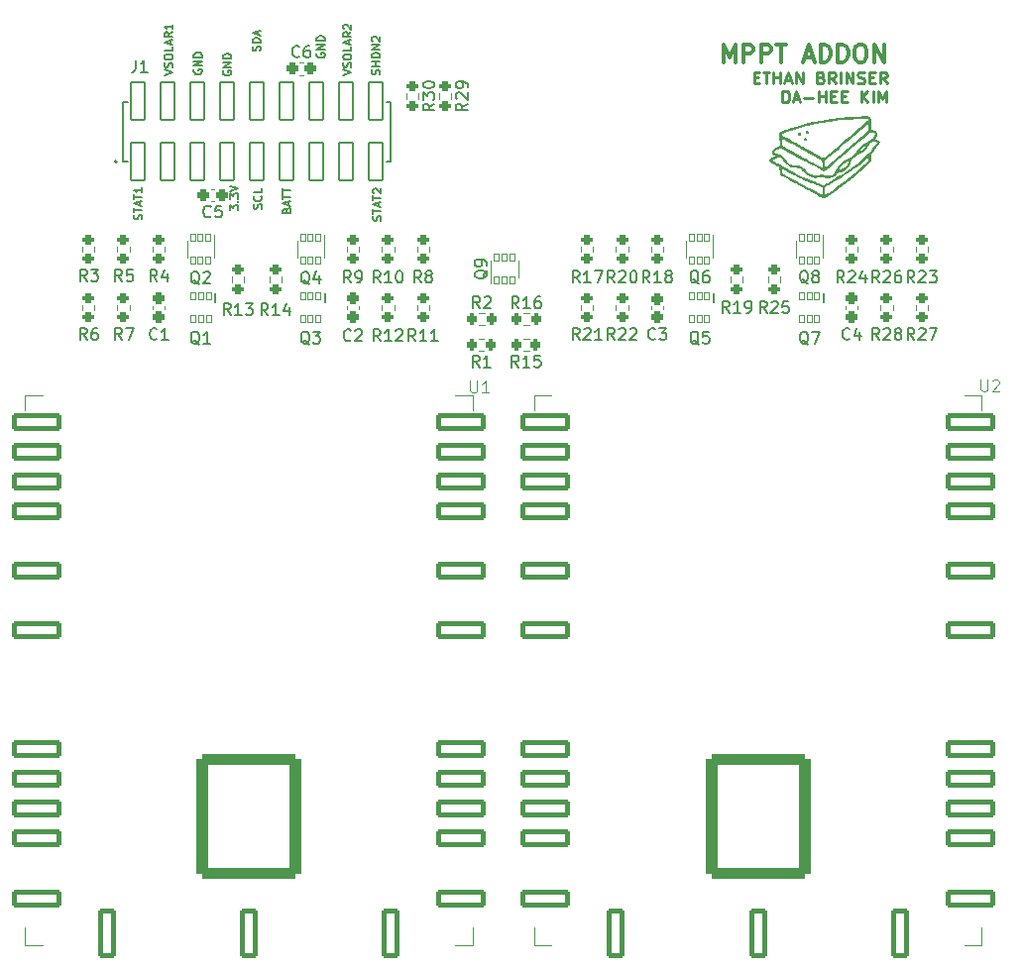
<source format=gto>
%TF.GenerationSoftware,KiCad,Pcbnew,7.0.2-0*%
%TF.CreationDate,2024-05-08T22:09:35-07:00*%
%TF.ProjectId,MPPT_addon_board,4d505054-5f61-4646-946f-6e5f626f6172,1.4*%
%TF.SameCoordinates,Original*%
%TF.FileFunction,Legend,Top*%
%TF.FilePolarity,Positive*%
%FSLAX46Y46*%
G04 Gerber Fmt 4.6, Leading zero omitted, Abs format (unit mm)*
G04 Created by KiCad (PCBNEW 7.0.2-0) date 2024-05-08 22:09:35*
%MOMM*%
%LPD*%
G01*
G04 APERTURE LIST*
G04 Aperture macros list*
%AMRoundRect*
0 Rectangle with rounded corners*
0 $1 Rounding radius*
0 $2 $3 $4 $5 $6 $7 $8 $9 X,Y pos of 4 corners*
0 Add a 4 corners polygon primitive as box body*
4,1,4,$2,$3,$4,$5,$6,$7,$8,$9,$2,$3,0*
0 Add four circle primitives for the rounded corners*
1,1,$1+$1,$2,$3*
1,1,$1+$1,$4,$5*
1,1,$1+$1,$6,$7*
1,1,$1+$1,$8,$9*
0 Add four rect primitives between the rounded corners*
20,1,$1+$1,$2,$3,$4,$5,0*
20,1,$1+$1,$4,$5,$6,$7,0*
20,1,$1+$1,$6,$7,$8,$9,0*
20,1,$1+$1,$8,$9,$2,$3,0*%
G04 Aperture macros list end*
%ADD10C,0.175000*%
%ADD11C,0.250000*%
%ADD12C,0.300000*%
%ADD13C,0.150000*%
%ADD14C,0.100000*%
%ADD15C,0.200000*%
%ADD16C,0.120000*%
%ADD17C,1.780000*%
%ADD18RoundRect,0.102000X-0.570000X-1.587500X0.570000X-1.587500X0.570000X1.587500X-0.570000X1.587500X0*%
%ADD19C,5.701600*%
%ADD20C,2.000000*%
%ADD21RoundRect,0.250800X-0.200000X-0.275000X0.200000X-0.275000X0.200000X0.275000X-0.200000X0.275000X0*%
%ADD22RoundRect,0.250800X0.275000X-0.200000X0.275000X0.200000X-0.275000X0.200000X-0.275000X-0.200000X0*%
%ADD23RoundRect,0.250800X-0.275000X0.200000X-0.275000X-0.200000X0.275000X-0.200000X0.275000X0.200000X0*%
%ADD24RoundRect,0.050800X-0.200000X0.325000X-0.200000X-0.325000X0.200000X-0.325000X0.200000X0.325000X0*%
%ADD25RoundRect,0.250800X0.200000X0.275000X-0.200000X0.275000X-0.200000X-0.275000X0.200000X-0.275000X0*%
%ADD26RoundRect,0.275800X0.250000X-0.225000X0.250000X0.225000X-0.250000X0.225000X-0.250000X-0.225000X0*%
%ADD27RoundRect,0.190800X1.910000X0.560000X-1.910000X0.560000X-1.910000X-0.560000X1.910000X-0.560000X0*%
%ADD28RoundRect,0.190800X-0.560000X1.910000X-0.560000X-1.910000X0.560000X-1.910000X0.560000X1.910000X0*%
%ADD29RoundRect,0.490800X3.960000X4.885000X-3.960000X4.885000X-3.960000X-4.885000X3.960000X-4.885000X0*%
%ADD30RoundRect,0.275800X0.225000X0.250000X-0.225000X0.250000X-0.225000X-0.250000X0.225000X-0.250000X0*%
%ADD31RoundRect,0.050800X0.200000X-0.325000X0.200000X0.325000X-0.200000X0.325000X-0.200000X-0.325000X0*%
%ADD32RoundRect,0.275800X-0.225000X-0.250000X0.225000X-0.250000X0.225000X0.250000X-0.225000X0.250000X0*%
%ADD33RoundRect,0.050800X-0.200000X-0.300000X0.200000X-0.300000X0.200000X0.300000X-0.200000X0.300000X0*%
G04 APERTURE END LIST*
D10*
X127547666Y-60266666D02*
X127514333Y-60333333D01*
X127514333Y-60333333D02*
X127514333Y-60433333D01*
X127514333Y-60433333D02*
X127547666Y-60533333D01*
X127547666Y-60533333D02*
X127614333Y-60600000D01*
X127614333Y-60600000D02*
X127681000Y-60633333D01*
X127681000Y-60633333D02*
X127814333Y-60666666D01*
X127814333Y-60666666D02*
X127914333Y-60666666D01*
X127914333Y-60666666D02*
X128047666Y-60633333D01*
X128047666Y-60633333D02*
X128114333Y-60600000D01*
X128114333Y-60600000D02*
X128181000Y-60533333D01*
X128181000Y-60533333D02*
X128214333Y-60433333D01*
X128214333Y-60433333D02*
X128214333Y-60366666D01*
X128214333Y-60366666D02*
X128181000Y-60266666D01*
X128181000Y-60266666D02*
X128147666Y-60233333D01*
X128147666Y-60233333D02*
X127914333Y-60233333D01*
X127914333Y-60233333D02*
X127914333Y-60366666D01*
X128214333Y-59933333D02*
X127514333Y-59933333D01*
X127514333Y-59933333D02*
X128214333Y-59533333D01*
X128214333Y-59533333D02*
X127514333Y-59533333D01*
X128214333Y-59200000D02*
X127514333Y-59200000D01*
X127514333Y-59200000D02*
X127514333Y-59033333D01*
X127514333Y-59033333D02*
X127547666Y-58933333D01*
X127547666Y-58933333D02*
X127614333Y-58866667D01*
X127614333Y-58866667D02*
X127681000Y-58833333D01*
X127681000Y-58833333D02*
X127814333Y-58800000D01*
X127814333Y-58800000D02*
X127914333Y-58800000D01*
X127914333Y-58800000D02*
X128047666Y-58833333D01*
X128047666Y-58833333D02*
X128114333Y-58866667D01*
X128114333Y-58866667D02*
X128181000Y-58933333D01*
X128181000Y-58933333D02*
X128214333Y-59033333D01*
X128214333Y-59033333D02*
X128214333Y-59200000D01*
X119547666Y-61766666D02*
X119514333Y-61833333D01*
X119514333Y-61833333D02*
X119514333Y-61933333D01*
X119514333Y-61933333D02*
X119547666Y-62033333D01*
X119547666Y-62033333D02*
X119614333Y-62100000D01*
X119614333Y-62100000D02*
X119681000Y-62133333D01*
X119681000Y-62133333D02*
X119814333Y-62166666D01*
X119814333Y-62166666D02*
X119914333Y-62166666D01*
X119914333Y-62166666D02*
X120047666Y-62133333D01*
X120047666Y-62133333D02*
X120114333Y-62100000D01*
X120114333Y-62100000D02*
X120181000Y-62033333D01*
X120181000Y-62033333D02*
X120214333Y-61933333D01*
X120214333Y-61933333D02*
X120214333Y-61866666D01*
X120214333Y-61866666D02*
X120181000Y-61766666D01*
X120181000Y-61766666D02*
X120147666Y-61733333D01*
X120147666Y-61733333D02*
X119914333Y-61733333D01*
X119914333Y-61733333D02*
X119914333Y-61866666D01*
X120214333Y-61433333D02*
X119514333Y-61433333D01*
X119514333Y-61433333D02*
X120214333Y-61033333D01*
X120214333Y-61033333D02*
X119514333Y-61033333D01*
X120214333Y-60700000D02*
X119514333Y-60700000D01*
X119514333Y-60700000D02*
X119514333Y-60533333D01*
X119514333Y-60533333D02*
X119547666Y-60433333D01*
X119547666Y-60433333D02*
X119614333Y-60366667D01*
X119614333Y-60366667D02*
X119681000Y-60333333D01*
X119681000Y-60333333D02*
X119814333Y-60300000D01*
X119814333Y-60300000D02*
X119914333Y-60300000D01*
X119914333Y-60300000D02*
X120047666Y-60333333D01*
X120047666Y-60333333D02*
X120114333Y-60366667D01*
X120114333Y-60366667D02*
X120181000Y-60433333D01*
X120181000Y-60433333D02*
X120214333Y-60533333D01*
X120214333Y-60533333D02*
X120214333Y-60700000D01*
X112581000Y-74466666D02*
X112614333Y-74366666D01*
X112614333Y-74366666D02*
X112614333Y-74200000D01*
X112614333Y-74200000D02*
X112581000Y-74133333D01*
X112581000Y-74133333D02*
X112547666Y-74100000D01*
X112547666Y-74100000D02*
X112481000Y-74066666D01*
X112481000Y-74066666D02*
X112414333Y-74066666D01*
X112414333Y-74066666D02*
X112347666Y-74100000D01*
X112347666Y-74100000D02*
X112314333Y-74133333D01*
X112314333Y-74133333D02*
X112281000Y-74200000D01*
X112281000Y-74200000D02*
X112247666Y-74333333D01*
X112247666Y-74333333D02*
X112214333Y-74400000D01*
X112214333Y-74400000D02*
X112181000Y-74433333D01*
X112181000Y-74433333D02*
X112114333Y-74466666D01*
X112114333Y-74466666D02*
X112047666Y-74466666D01*
X112047666Y-74466666D02*
X111981000Y-74433333D01*
X111981000Y-74433333D02*
X111947666Y-74400000D01*
X111947666Y-74400000D02*
X111914333Y-74333333D01*
X111914333Y-74333333D02*
X111914333Y-74166666D01*
X111914333Y-74166666D02*
X111947666Y-74066666D01*
X111914333Y-73866666D02*
X111914333Y-73466666D01*
X112614333Y-73666666D02*
X111914333Y-73666666D01*
X112414333Y-73266666D02*
X112414333Y-72933333D01*
X112614333Y-73333333D02*
X111914333Y-73100000D01*
X111914333Y-73100000D02*
X112614333Y-72866666D01*
X111914333Y-72733333D02*
X111914333Y-72333333D01*
X112614333Y-72533333D02*
X111914333Y-72533333D01*
X112614333Y-71733333D02*
X112614333Y-72133333D01*
X112614333Y-71933333D02*
X111914333Y-71933333D01*
X111914333Y-71933333D02*
X112014333Y-72000000D01*
X112014333Y-72000000D02*
X112081000Y-72066667D01*
X112081000Y-72066667D02*
X112114333Y-72133333D01*
X117047666Y-61666666D02*
X117014333Y-61733333D01*
X117014333Y-61733333D02*
X117014333Y-61833333D01*
X117014333Y-61833333D02*
X117047666Y-61933333D01*
X117047666Y-61933333D02*
X117114333Y-62000000D01*
X117114333Y-62000000D02*
X117181000Y-62033333D01*
X117181000Y-62033333D02*
X117314333Y-62066666D01*
X117314333Y-62066666D02*
X117414333Y-62066666D01*
X117414333Y-62066666D02*
X117547666Y-62033333D01*
X117547666Y-62033333D02*
X117614333Y-62000000D01*
X117614333Y-62000000D02*
X117681000Y-61933333D01*
X117681000Y-61933333D02*
X117714333Y-61833333D01*
X117714333Y-61833333D02*
X117714333Y-61766666D01*
X117714333Y-61766666D02*
X117681000Y-61666666D01*
X117681000Y-61666666D02*
X117647666Y-61633333D01*
X117647666Y-61633333D02*
X117414333Y-61633333D01*
X117414333Y-61633333D02*
X117414333Y-61766666D01*
X117714333Y-61333333D02*
X117014333Y-61333333D01*
X117014333Y-61333333D02*
X117714333Y-60933333D01*
X117714333Y-60933333D02*
X117014333Y-60933333D01*
X117714333Y-60600000D02*
X117014333Y-60600000D01*
X117014333Y-60600000D02*
X117014333Y-60433333D01*
X117014333Y-60433333D02*
X117047666Y-60333333D01*
X117047666Y-60333333D02*
X117114333Y-60266667D01*
X117114333Y-60266667D02*
X117181000Y-60233333D01*
X117181000Y-60233333D02*
X117314333Y-60200000D01*
X117314333Y-60200000D02*
X117414333Y-60200000D01*
X117414333Y-60200000D02*
X117547666Y-60233333D01*
X117547666Y-60233333D02*
X117614333Y-60266667D01*
X117614333Y-60266667D02*
X117681000Y-60333333D01*
X117681000Y-60333333D02*
X117714333Y-60433333D01*
X117714333Y-60433333D02*
X117714333Y-60600000D01*
X124947666Y-73700000D02*
X124981000Y-73600000D01*
X124981000Y-73600000D02*
X125014333Y-73566666D01*
X125014333Y-73566666D02*
X125081000Y-73533333D01*
X125081000Y-73533333D02*
X125181000Y-73533333D01*
X125181000Y-73533333D02*
X125247666Y-73566666D01*
X125247666Y-73566666D02*
X125281000Y-73600000D01*
X125281000Y-73600000D02*
X125314333Y-73666666D01*
X125314333Y-73666666D02*
X125314333Y-73933333D01*
X125314333Y-73933333D02*
X124614333Y-73933333D01*
X124614333Y-73933333D02*
X124614333Y-73700000D01*
X124614333Y-73700000D02*
X124647666Y-73633333D01*
X124647666Y-73633333D02*
X124681000Y-73600000D01*
X124681000Y-73600000D02*
X124747666Y-73566666D01*
X124747666Y-73566666D02*
X124814333Y-73566666D01*
X124814333Y-73566666D02*
X124881000Y-73600000D01*
X124881000Y-73600000D02*
X124914333Y-73633333D01*
X124914333Y-73633333D02*
X124947666Y-73700000D01*
X124947666Y-73700000D02*
X124947666Y-73933333D01*
X125114333Y-73266666D02*
X125114333Y-72933333D01*
X125314333Y-73333333D02*
X124614333Y-73100000D01*
X124614333Y-73100000D02*
X125314333Y-72866666D01*
X124614333Y-72733333D02*
X124614333Y-72333333D01*
X125314333Y-72533333D02*
X124614333Y-72533333D01*
X124614333Y-72200000D02*
X124614333Y-71800000D01*
X125314333Y-72000000D02*
X124614333Y-72000000D01*
X129780333Y-62133333D02*
X130480333Y-61900000D01*
X130480333Y-61900000D02*
X129780333Y-61666666D01*
X130447000Y-61466666D02*
X130480333Y-61366666D01*
X130480333Y-61366666D02*
X130480333Y-61200000D01*
X130480333Y-61200000D02*
X130447000Y-61133333D01*
X130447000Y-61133333D02*
X130413666Y-61100000D01*
X130413666Y-61100000D02*
X130347000Y-61066666D01*
X130347000Y-61066666D02*
X130280333Y-61066666D01*
X130280333Y-61066666D02*
X130213666Y-61100000D01*
X130213666Y-61100000D02*
X130180333Y-61133333D01*
X130180333Y-61133333D02*
X130147000Y-61200000D01*
X130147000Y-61200000D02*
X130113666Y-61333333D01*
X130113666Y-61333333D02*
X130080333Y-61400000D01*
X130080333Y-61400000D02*
X130047000Y-61433333D01*
X130047000Y-61433333D02*
X129980333Y-61466666D01*
X129980333Y-61466666D02*
X129913666Y-61466666D01*
X129913666Y-61466666D02*
X129847000Y-61433333D01*
X129847000Y-61433333D02*
X129813666Y-61400000D01*
X129813666Y-61400000D02*
X129780333Y-61333333D01*
X129780333Y-61333333D02*
X129780333Y-61166666D01*
X129780333Y-61166666D02*
X129813666Y-61066666D01*
X129780333Y-60633333D02*
X129780333Y-60499999D01*
X129780333Y-60499999D02*
X129813666Y-60433333D01*
X129813666Y-60433333D02*
X129880333Y-60366666D01*
X129880333Y-60366666D02*
X130013666Y-60333333D01*
X130013666Y-60333333D02*
X130247000Y-60333333D01*
X130247000Y-60333333D02*
X130380333Y-60366666D01*
X130380333Y-60366666D02*
X130447000Y-60433333D01*
X130447000Y-60433333D02*
X130480333Y-60499999D01*
X130480333Y-60499999D02*
X130480333Y-60633333D01*
X130480333Y-60633333D02*
X130447000Y-60699999D01*
X130447000Y-60699999D02*
X130380333Y-60766666D01*
X130380333Y-60766666D02*
X130247000Y-60799999D01*
X130247000Y-60799999D02*
X130013666Y-60799999D01*
X130013666Y-60799999D02*
X129880333Y-60766666D01*
X129880333Y-60766666D02*
X129813666Y-60699999D01*
X129813666Y-60699999D02*
X129780333Y-60633333D01*
X130480333Y-59700000D02*
X130480333Y-60033333D01*
X130480333Y-60033333D02*
X129780333Y-60033333D01*
X130280333Y-59499999D02*
X130280333Y-59166666D01*
X130480333Y-59566666D02*
X129780333Y-59333333D01*
X129780333Y-59333333D02*
X130480333Y-59099999D01*
X130480333Y-58466666D02*
X130147000Y-58699999D01*
X130480333Y-58866666D02*
X129780333Y-58866666D01*
X129780333Y-58866666D02*
X129780333Y-58599999D01*
X129780333Y-58599999D02*
X129813666Y-58533333D01*
X129813666Y-58533333D02*
X129847000Y-58499999D01*
X129847000Y-58499999D02*
X129913666Y-58466666D01*
X129913666Y-58466666D02*
X130013666Y-58466666D01*
X130013666Y-58466666D02*
X130080333Y-58499999D01*
X130080333Y-58499999D02*
X130113666Y-58533333D01*
X130113666Y-58533333D02*
X130147000Y-58599999D01*
X130147000Y-58599999D02*
X130147000Y-58866666D01*
X129847000Y-58199999D02*
X129813666Y-58166666D01*
X129813666Y-58166666D02*
X129780333Y-58099999D01*
X129780333Y-58099999D02*
X129780333Y-57933333D01*
X129780333Y-57933333D02*
X129813666Y-57866666D01*
X129813666Y-57866666D02*
X129847000Y-57833333D01*
X129847000Y-57833333D02*
X129913666Y-57799999D01*
X129913666Y-57799999D02*
X129980333Y-57799999D01*
X129980333Y-57799999D02*
X130080333Y-57833333D01*
X130080333Y-57833333D02*
X130480333Y-58233333D01*
X130480333Y-58233333D02*
X130480333Y-57799999D01*
X122681000Y-60066666D02*
X122714333Y-59966666D01*
X122714333Y-59966666D02*
X122714333Y-59800000D01*
X122714333Y-59800000D02*
X122681000Y-59733333D01*
X122681000Y-59733333D02*
X122647666Y-59700000D01*
X122647666Y-59700000D02*
X122581000Y-59666666D01*
X122581000Y-59666666D02*
X122514333Y-59666666D01*
X122514333Y-59666666D02*
X122447666Y-59700000D01*
X122447666Y-59700000D02*
X122414333Y-59733333D01*
X122414333Y-59733333D02*
X122381000Y-59800000D01*
X122381000Y-59800000D02*
X122347666Y-59933333D01*
X122347666Y-59933333D02*
X122314333Y-60000000D01*
X122314333Y-60000000D02*
X122281000Y-60033333D01*
X122281000Y-60033333D02*
X122214333Y-60066666D01*
X122214333Y-60066666D02*
X122147666Y-60066666D01*
X122147666Y-60066666D02*
X122081000Y-60033333D01*
X122081000Y-60033333D02*
X122047666Y-60000000D01*
X122047666Y-60000000D02*
X122014333Y-59933333D01*
X122014333Y-59933333D02*
X122014333Y-59766666D01*
X122014333Y-59766666D02*
X122047666Y-59666666D01*
X122714333Y-59366666D02*
X122014333Y-59366666D01*
X122014333Y-59366666D02*
X122014333Y-59199999D01*
X122014333Y-59199999D02*
X122047666Y-59099999D01*
X122047666Y-59099999D02*
X122114333Y-59033333D01*
X122114333Y-59033333D02*
X122181000Y-58999999D01*
X122181000Y-58999999D02*
X122314333Y-58966666D01*
X122314333Y-58966666D02*
X122414333Y-58966666D01*
X122414333Y-58966666D02*
X122547666Y-58999999D01*
X122547666Y-58999999D02*
X122614333Y-59033333D01*
X122614333Y-59033333D02*
X122681000Y-59099999D01*
X122681000Y-59099999D02*
X122714333Y-59199999D01*
X122714333Y-59199999D02*
X122714333Y-59366666D01*
X122514333Y-58699999D02*
X122514333Y-58366666D01*
X122714333Y-58766666D02*
X122014333Y-58533333D01*
X122014333Y-58533333D02*
X122714333Y-58299999D01*
D11*
X164876190Y-62333809D02*
X165209523Y-62333809D01*
X165352380Y-62857619D02*
X164876190Y-62857619D01*
X164876190Y-62857619D02*
X164876190Y-61857619D01*
X164876190Y-61857619D02*
X165352380Y-61857619D01*
X165638095Y-61857619D02*
X166209523Y-61857619D01*
X165923809Y-62857619D02*
X165923809Y-61857619D01*
X166542857Y-62857619D02*
X166542857Y-61857619D01*
X166542857Y-62333809D02*
X167114285Y-62333809D01*
X167114285Y-62857619D02*
X167114285Y-61857619D01*
X167542857Y-62571904D02*
X168019047Y-62571904D01*
X167447619Y-62857619D02*
X167780952Y-61857619D01*
X167780952Y-61857619D02*
X168114285Y-62857619D01*
X168447619Y-62857619D02*
X168447619Y-61857619D01*
X168447619Y-61857619D02*
X169019047Y-62857619D01*
X169019047Y-62857619D02*
X169019047Y-61857619D01*
X170590476Y-62333809D02*
X170733333Y-62381428D01*
X170733333Y-62381428D02*
X170780952Y-62429047D01*
X170780952Y-62429047D02*
X170828571Y-62524285D01*
X170828571Y-62524285D02*
X170828571Y-62667142D01*
X170828571Y-62667142D02*
X170780952Y-62762380D01*
X170780952Y-62762380D02*
X170733333Y-62810000D01*
X170733333Y-62810000D02*
X170638095Y-62857619D01*
X170638095Y-62857619D02*
X170257143Y-62857619D01*
X170257143Y-62857619D02*
X170257143Y-61857619D01*
X170257143Y-61857619D02*
X170590476Y-61857619D01*
X170590476Y-61857619D02*
X170685714Y-61905238D01*
X170685714Y-61905238D02*
X170733333Y-61952857D01*
X170733333Y-61952857D02*
X170780952Y-62048095D01*
X170780952Y-62048095D02*
X170780952Y-62143333D01*
X170780952Y-62143333D02*
X170733333Y-62238571D01*
X170733333Y-62238571D02*
X170685714Y-62286190D01*
X170685714Y-62286190D02*
X170590476Y-62333809D01*
X170590476Y-62333809D02*
X170257143Y-62333809D01*
X171828571Y-62857619D02*
X171495238Y-62381428D01*
X171257143Y-62857619D02*
X171257143Y-61857619D01*
X171257143Y-61857619D02*
X171638095Y-61857619D01*
X171638095Y-61857619D02*
X171733333Y-61905238D01*
X171733333Y-61905238D02*
X171780952Y-61952857D01*
X171780952Y-61952857D02*
X171828571Y-62048095D01*
X171828571Y-62048095D02*
X171828571Y-62190952D01*
X171828571Y-62190952D02*
X171780952Y-62286190D01*
X171780952Y-62286190D02*
X171733333Y-62333809D01*
X171733333Y-62333809D02*
X171638095Y-62381428D01*
X171638095Y-62381428D02*
X171257143Y-62381428D01*
X172257143Y-62857619D02*
X172257143Y-61857619D01*
X172733333Y-62857619D02*
X172733333Y-61857619D01*
X172733333Y-61857619D02*
X173304761Y-62857619D01*
X173304761Y-62857619D02*
X173304761Y-61857619D01*
X173733333Y-62810000D02*
X173876190Y-62857619D01*
X173876190Y-62857619D02*
X174114285Y-62857619D01*
X174114285Y-62857619D02*
X174209523Y-62810000D01*
X174209523Y-62810000D02*
X174257142Y-62762380D01*
X174257142Y-62762380D02*
X174304761Y-62667142D01*
X174304761Y-62667142D02*
X174304761Y-62571904D01*
X174304761Y-62571904D02*
X174257142Y-62476666D01*
X174257142Y-62476666D02*
X174209523Y-62429047D01*
X174209523Y-62429047D02*
X174114285Y-62381428D01*
X174114285Y-62381428D02*
X173923809Y-62333809D01*
X173923809Y-62333809D02*
X173828571Y-62286190D01*
X173828571Y-62286190D02*
X173780952Y-62238571D01*
X173780952Y-62238571D02*
X173733333Y-62143333D01*
X173733333Y-62143333D02*
X173733333Y-62048095D01*
X173733333Y-62048095D02*
X173780952Y-61952857D01*
X173780952Y-61952857D02*
X173828571Y-61905238D01*
X173828571Y-61905238D02*
X173923809Y-61857619D01*
X173923809Y-61857619D02*
X174161904Y-61857619D01*
X174161904Y-61857619D02*
X174304761Y-61905238D01*
X174733333Y-62333809D02*
X175066666Y-62333809D01*
X175209523Y-62857619D02*
X174733333Y-62857619D01*
X174733333Y-62857619D02*
X174733333Y-61857619D01*
X174733333Y-61857619D02*
X175209523Y-61857619D01*
X176209523Y-62857619D02*
X175876190Y-62381428D01*
X175638095Y-62857619D02*
X175638095Y-61857619D01*
X175638095Y-61857619D02*
X176019047Y-61857619D01*
X176019047Y-61857619D02*
X176114285Y-61905238D01*
X176114285Y-61905238D02*
X176161904Y-61952857D01*
X176161904Y-61952857D02*
X176209523Y-62048095D01*
X176209523Y-62048095D02*
X176209523Y-62190952D01*
X176209523Y-62190952D02*
X176161904Y-62286190D01*
X176161904Y-62286190D02*
X176114285Y-62333809D01*
X176114285Y-62333809D02*
X176019047Y-62381428D01*
X176019047Y-62381428D02*
X175638095Y-62381428D01*
X167304762Y-64477619D02*
X167304762Y-63477619D01*
X167304762Y-63477619D02*
X167542857Y-63477619D01*
X167542857Y-63477619D02*
X167685714Y-63525238D01*
X167685714Y-63525238D02*
X167780952Y-63620476D01*
X167780952Y-63620476D02*
X167828571Y-63715714D01*
X167828571Y-63715714D02*
X167876190Y-63906190D01*
X167876190Y-63906190D02*
X167876190Y-64049047D01*
X167876190Y-64049047D02*
X167828571Y-64239523D01*
X167828571Y-64239523D02*
X167780952Y-64334761D01*
X167780952Y-64334761D02*
X167685714Y-64430000D01*
X167685714Y-64430000D02*
X167542857Y-64477619D01*
X167542857Y-64477619D02*
X167304762Y-64477619D01*
X168257143Y-64191904D02*
X168733333Y-64191904D01*
X168161905Y-64477619D02*
X168495238Y-63477619D01*
X168495238Y-63477619D02*
X168828571Y-64477619D01*
X169161905Y-64096666D02*
X169923810Y-64096666D01*
X170400000Y-64477619D02*
X170400000Y-63477619D01*
X170400000Y-63953809D02*
X170971428Y-63953809D01*
X170971428Y-64477619D02*
X170971428Y-63477619D01*
X171447619Y-63953809D02*
X171780952Y-63953809D01*
X171923809Y-64477619D02*
X171447619Y-64477619D01*
X171447619Y-64477619D02*
X171447619Y-63477619D01*
X171447619Y-63477619D02*
X171923809Y-63477619D01*
X172352381Y-63953809D02*
X172685714Y-63953809D01*
X172828571Y-64477619D02*
X172352381Y-64477619D01*
X172352381Y-64477619D02*
X172352381Y-63477619D01*
X172352381Y-63477619D02*
X172828571Y-63477619D01*
X174019048Y-64477619D02*
X174019048Y-63477619D01*
X174590476Y-64477619D02*
X174161905Y-63906190D01*
X174590476Y-63477619D02*
X174019048Y-64049047D01*
X175019048Y-64477619D02*
X175019048Y-63477619D01*
X175495238Y-64477619D02*
X175495238Y-63477619D01*
X175495238Y-63477619D02*
X175828571Y-64191904D01*
X175828571Y-64191904D02*
X176161904Y-63477619D01*
X176161904Y-63477619D02*
X176161904Y-64477619D01*
D12*
X162257142Y-61016428D02*
X162257142Y-59516428D01*
X162257142Y-59516428D02*
X162757142Y-60587857D01*
X162757142Y-60587857D02*
X163257142Y-59516428D01*
X163257142Y-59516428D02*
X163257142Y-61016428D01*
X163971428Y-61016428D02*
X163971428Y-59516428D01*
X163971428Y-59516428D02*
X164542857Y-59516428D01*
X164542857Y-59516428D02*
X164685714Y-59587857D01*
X164685714Y-59587857D02*
X164757143Y-59659285D01*
X164757143Y-59659285D02*
X164828571Y-59802142D01*
X164828571Y-59802142D02*
X164828571Y-60016428D01*
X164828571Y-60016428D02*
X164757143Y-60159285D01*
X164757143Y-60159285D02*
X164685714Y-60230714D01*
X164685714Y-60230714D02*
X164542857Y-60302142D01*
X164542857Y-60302142D02*
X163971428Y-60302142D01*
X165471428Y-61016428D02*
X165471428Y-59516428D01*
X165471428Y-59516428D02*
X166042857Y-59516428D01*
X166042857Y-59516428D02*
X166185714Y-59587857D01*
X166185714Y-59587857D02*
X166257143Y-59659285D01*
X166257143Y-59659285D02*
X166328571Y-59802142D01*
X166328571Y-59802142D02*
X166328571Y-60016428D01*
X166328571Y-60016428D02*
X166257143Y-60159285D01*
X166257143Y-60159285D02*
X166185714Y-60230714D01*
X166185714Y-60230714D02*
X166042857Y-60302142D01*
X166042857Y-60302142D02*
X165471428Y-60302142D01*
X166757143Y-59516428D02*
X167614286Y-59516428D01*
X167185714Y-61016428D02*
X167185714Y-59516428D01*
X169185714Y-60587857D02*
X169900000Y-60587857D01*
X169042857Y-61016428D02*
X169542857Y-59516428D01*
X169542857Y-59516428D02*
X170042857Y-61016428D01*
X170542856Y-61016428D02*
X170542856Y-59516428D01*
X170542856Y-59516428D02*
X170899999Y-59516428D01*
X170899999Y-59516428D02*
X171114285Y-59587857D01*
X171114285Y-59587857D02*
X171257142Y-59730714D01*
X171257142Y-59730714D02*
X171328571Y-59873571D01*
X171328571Y-59873571D02*
X171399999Y-60159285D01*
X171399999Y-60159285D02*
X171399999Y-60373571D01*
X171399999Y-60373571D02*
X171328571Y-60659285D01*
X171328571Y-60659285D02*
X171257142Y-60802142D01*
X171257142Y-60802142D02*
X171114285Y-60945000D01*
X171114285Y-60945000D02*
X170899999Y-61016428D01*
X170899999Y-61016428D02*
X170542856Y-61016428D01*
X172042856Y-61016428D02*
X172042856Y-59516428D01*
X172042856Y-59516428D02*
X172399999Y-59516428D01*
X172399999Y-59516428D02*
X172614285Y-59587857D01*
X172614285Y-59587857D02*
X172757142Y-59730714D01*
X172757142Y-59730714D02*
X172828571Y-59873571D01*
X172828571Y-59873571D02*
X172899999Y-60159285D01*
X172899999Y-60159285D02*
X172899999Y-60373571D01*
X172899999Y-60373571D02*
X172828571Y-60659285D01*
X172828571Y-60659285D02*
X172757142Y-60802142D01*
X172757142Y-60802142D02*
X172614285Y-60945000D01*
X172614285Y-60945000D02*
X172399999Y-61016428D01*
X172399999Y-61016428D02*
X172042856Y-61016428D01*
X173828571Y-59516428D02*
X174114285Y-59516428D01*
X174114285Y-59516428D02*
X174257142Y-59587857D01*
X174257142Y-59587857D02*
X174399999Y-59730714D01*
X174399999Y-59730714D02*
X174471428Y-60016428D01*
X174471428Y-60016428D02*
X174471428Y-60516428D01*
X174471428Y-60516428D02*
X174399999Y-60802142D01*
X174399999Y-60802142D02*
X174257142Y-60945000D01*
X174257142Y-60945000D02*
X174114285Y-61016428D01*
X174114285Y-61016428D02*
X173828571Y-61016428D01*
X173828571Y-61016428D02*
X173685714Y-60945000D01*
X173685714Y-60945000D02*
X173542856Y-60802142D01*
X173542856Y-60802142D02*
X173471428Y-60516428D01*
X173471428Y-60516428D02*
X173471428Y-60016428D01*
X173471428Y-60016428D02*
X173542856Y-59730714D01*
X173542856Y-59730714D02*
X173685714Y-59587857D01*
X173685714Y-59587857D02*
X173828571Y-59516428D01*
X175114285Y-61016428D02*
X175114285Y-59516428D01*
X175114285Y-59516428D02*
X175971428Y-61016428D01*
X175971428Y-61016428D02*
X175971428Y-59516428D01*
D10*
X114514333Y-62133333D02*
X115214333Y-61900000D01*
X115214333Y-61900000D02*
X114514333Y-61666666D01*
X115181000Y-61466666D02*
X115214333Y-61366666D01*
X115214333Y-61366666D02*
X115214333Y-61200000D01*
X115214333Y-61200000D02*
X115181000Y-61133333D01*
X115181000Y-61133333D02*
X115147666Y-61100000D01*
X115147666Y-61100000D02*
X115081000Y-61066666D01*
X115081000Y-61066666D02*
X115014333Y-61066666D01*
X115014333Y-61066666D02*
X114947666Y-61100000D01*
X114947666Y-61100000D02*
X114914333Y-61133333D01*
X114914333Y-61133333D02*
X114881000Y-61200000D01*
X114881000Y-61200000D02*
X114847666Y-61333333D01*
X114847666Y-61333333D02*
X114814333Y-61400000D01*
X114814333Y-61400000D02*
X114781000Y-61433333D01*
X114781000Y-61433333D02*
X114714333Y-61466666D01*
X114714333Y-61466666D02*
X114647666Y-61466666D01*
X114647666Y-61466666D02*
X114581000Y-61433333D01*
X114581000Y-61433333D02*
X114547666Y-61400000D01*
X114547666Y-61400000D02*
X114514333Y-61333333D01*
X114514333Y-61333333D02*
X114514333Y-61166666D01*
X114514333Y-61166666D02*
X114547666Y-61066666D01*
X114514333Y-60633333D02*
X114514333Y-60499999D01*
X114514333Y-60499999D02*
X114547666Y-60433333D01*
X114547666Y-60433333D02*
X114614333Y-60366666D01*
X114614333Y-60366666D02*
X114747666Y-60333333D01*
X114747666Y-60333333D02*
X114981000Y-60333333D01*
X114981000Y-60333333D02*
X115114333Y-60366666D01*
X115114333Y-60366666D02*
X115181000Y-60433333D01*
X115181000Y-60433333D02*
X115214333Y-60499999D01*
X115214333Y-60499999D02*
X115214333Y-60633333D01*
X115214333Y-60633333D02*
X115181000Y-60699999D01*
X115181000Y-60699999D02*
X115114333Y-60766666D01*
X115114333Y-60766666D02*
X114981000Y-60799999D01*
X114981000Y-60799999D02*
X114747666Y-60799999D01*
X114747666Y-60799999D02*
X114614333Y-60766666D01*
X114614333Y-60766666D02*
X114547666Y-60699999D01*
X114547666Y-60699999D02*
X114514333Y-60633333D01*
X115214333Y-59700000D02*
X115214333Y-60033333D01*
X115214333Y-60033333D02*
X114514333Y-60033333D01*
X115014333Y-59499999D02*
X115014333Y-59166666D01*
X115214333Y-59566666D02*
X114514333Y-59333333D01*
X114514333Y-59333333D02*
X115214333Y-59099999D01*
X115214333Y-58466666D02*
X114881000Y-58699999D01*
X115214333Y-58866666D02*
X114514333Y-58866666D01*
X114514333Y-58866666D02*
X114514333Y-58599999D01*
X114514333Y-58599999D02*
X114547666Y-58533333D01*
X114547666Y-58533333D02*
X114581000Y-58499999D01*
X114581000Y-58499999D02*
X114647666Y-58466666D01*
X114647666Y-58466666D02*
X114747666Y-58466666D01*
X114747666Y-58466666D02*
X114814333Y-58499999D01*
X114814333Y-58499999D02*
X114847666Y-58533333D01*
X114847666Y-58533333D02*
X114881000Y-58599999D01*
X114881000Y-58599999D02*
X114881000Y-58866666D01*
X115214333Y-57799999D02*
X115214333Y-58199999D01*
X115214333Y-57999999D02*
X114514333Y-57999999D01*
X114514333Y-57999999D02*
X114614333Y-58066666D01*
X114614333Y-58066666D02*
X114681000Y-58133333D01*
X114681000Y-58133333D02*
X114714333Y-58199999D01*
X132981000Y-74566666D02*
X133014333Y-74466666D01*
X133014333Y-74466666D02*
X133014333Y-74300000D01*
X133014333Y-74300000D02*
X132981000Y-74233333D01*
X132981000Y-74233333D02*
X132947666Y-74200000D01*
X132947666Y-74200000D02*
X132881000Y-74166666D01*
X132881000Y-74166666D02*
X132814333Y-74166666D01*
X132814333Y-74166666D02*
X132747666Y-74200000D01*
X132747666Y-74200000D02*
X132714333Y-74233333D01*
X132714333Y-74233333D02*
X132681000Y-74300000D01*
X132681000Y-74300000D02*
X132647666Y-74433333D01*
X132647666Y-74433333D02*
X132614333Y-74500000D01*
X132614333Y-74500000D02*
X132581000Y-74533333D01*
X132581000Y-74533333D02*
X132514333Y-74566666D01*
X132514333Y-74566666D02*
X132447666Y-74566666D01*
X132447666Y-74566666D02*
X132381000Y-74533333D01*
X132381000Y-74533333D02*
X132347666Y-74500000D01*
X132347666Y-74500000D02*
X132314333Y-74433333D01*
X132314333Y-74433333D02*
X132314333Y-74266666D01*
X132314333Y-74266666D02*
X132347666Y-74166666D01*
X132314333Y-73966666D02*
X132314333Y-73566666D01*
X133014333Y-73766666D02*
X132314333Y-73766666D01*
X132814333Y-73366666D02*
X132814333Y-73033333D01*
X133014333Y-73433333D02*
X132314333Y-73200000D01*
X132314333Y-73200000D02*
X133014333Y-72966666D01*
X132314333Y-72833333D02*
X132314333Y-72433333D01*
X133014333Y-72633333D02*
X132314333Y-72633333D01*
X132381000Y-72233333D02*
X132347666Y-72200000D01*
X132347666Y-72200000D02*
X132314333Y-72133333D01*
X132314333Y-72133333D02*
X132314333Y-71966667D01*
X132314333Y-71966667D02*
X132347666Y-71900000D01*
X132347666Y-71900000D02*
X132381000Y-71866667D01*
X132381000Y-71866667D02*
X132447666Y-71833333D01*
X132447666Y-71833333D02*
X132514333Y-71833333D01*
X132514333Y-71833333D02*
X132614333Y-71866667D01*
X132614333Y-71866667D02*
X133014333Y-72266667D01*
X133014333Y-72266667D02*
X133014333Y-71833333D01*
X120114333Y-73700000D02*
X120114333Y-73266666D01*
X120114333Y-73266666D02*
X120381000Y-73500000D01*
X120381000Y-73500000D02*
X120381000Y-73400000D01*
X120381000Y-73400000D02*
X120414333Y-73333333D01*
X120414333Y-73333333D02*
X120447666Y-73300000D01*
X120447666Y-73300000D02*
X120514333Y-73266666D01*
X120514333Y-73266666D02*
X120681000Y-73266666D01*
X120681000Y-73266666D02*
X120747666Y-73300000D01*
X120747666Y-73300000D02*
X120781000Y-73333333D01*
X120781000Y-73333333D02*
X120814333Y-73400000D01*
X120814333Y-73400000D02*
X120814333Y-73600000D01*
X120814333Y-73600000D02*
X120781000Y-73666666D01*
X120781000Y-73666666D02*
X120747666Y-73700000D01*
X120747666Y-72966666D02*
X120781000Y-72933333D01*
X120781000Y-72933333D02*
X120814333Y-72966666D01*
X120814333Y-72966666D02*
X120781000Y-72999999D01*
X120781000Y-72999999D02*
X120747666Y-72966666D01*
X120747666Y-72966666D02*
X120814333Y-72966666D01*
X120114333Y-72700000D02*
X120114333Y-72266666D01*
X120114333Y-72266666D02*
X120381000Y-72500000D01*
X120381000Y-72500000D02*
X120381000Y-72400000D01*
X120381000Y-72400000D02*
X120414333Y-72333333D01*
X120414333Y-72333333D02*
X120447666Y-72300000D01*
X120447666Y-72300000D02*
X120514333Y-72266666D01*
X120514333Y-72266666D02*
X120681000Y-72266666D01*
X120681000Y-72266666D02*
X120747666Y-72300000D01*
X120747666Y-72300000D02*
X120781000Y-72333333D01*
X120781000Y-72333333D02*
X120814333Y-72400000D01*
X120814333Y-72400000D02*
X120814333Y-72600000D01*
X120814333Y-72600000D02*
X120781000Y-72666666D01*
X120781000Y-72666666D02*
X120747666Y-72700000D01*
X120114333Y-72066666D02*
X120814333Y-71833333D01*
X120814333Y-71833333D02*
X120114333Y-71599999D01*
X122781000Y-73566666D02*
X122814333Y-73466666D01*
X122814333Y-73466666D02*
X122814333Y-73300000D01*
X122814333Y-73300000D02*
X122781000Y-73233333D01*
X122781000Y-73233333D02*
X122747666Y-73200000D01*
X122747666Y-73200000D02*
X122681000Y-73166666D01*
X122681000Y-73166666D02*
X122614333Y-73166666D01*
X122614333Y-73166666D02*
X122547666Y-73200000D01*
X122547666Y-73200000D02*
X122514333Y-73233333D01*
X122514333Y-73233333D02*
X122481000Y-73300000D01*
X122481000Y-73300000D02*
X122447666Y-73433333D01*
X122447666Y-73433333D02*
X122414333Y-73500000D01*
X122414333Y-73500000D02*
X122381000Y-73533333D01*
X122381000Y-73533333D02*
X122314333Y-73566666D01*
X122314333Y-73566666D02*
X122247666Y-73566666D01*
X122247666Y-73566666D02*
X122181000Y-73533333D01*
X122181000Y-73533333D02*
X122147666Y-73500000D01*
X122147666Y-73500000D02*
X122114333Y-73433333D01*
X122114333Y-73433333D02*
X122114333Y-73266666D01*
X122114333Y-73266666D02*
X122147666Y-73166666D01*
X122747666Y-72466666D02*
X122781000Y-72499999D01*
X122781000Y-72499999D02*
X122814333Y-72599999D01*
X122814333Y-72599999D02*
X122814333Y-72666666D01*
X122814333Y-72666666D02*
X122781000Y-72766666D01*
X122781000Y-72766666D02*
X122714333Y-72833333D01*
X122714333Y-72833333D02*
X122647666Y-72866666D01*
X122647666Y-72866666D02*
X122514333Y-72899999D01*
X122514333Y-72899999D02*
X122414333Y-72899999D01*
X122414333Y-72899999D02*
X122281000Y-72866666D01*
X122281000Y-72866666D02*
X122214333Y-72833333D01*
X122214333Y-72833333D02*
X122147666Y-72766666D01*
X122147666Y-72766666D02*
X122114333Y-72666666D01*
X122114333Y-72666666D02*
X122114333Y-72599999D01*
X122114333Y-72599999D02*
X122147666Y-72499999D01*
X122147666Y-72499999D02*
X122181000Y-72466666D01*
X122814333Y-71833333D02*
X122814333Y-72166666D01*
X122814333Y-72166666D02*
X122114333Y-72166666D01*
X132881000Y-62066666D02*
X132914333Y-61966666D01*
X132914333Y-61966666D02*
X132914333Y-61800000D01*
X132914333Y-61800000D02*
X132881000Y-61733333D01*
X132881000Y-61733333D02*
X132847666Y-61700000D01*
X132847666Y-61700000D02*
X132781000Y-61666666D01*
X132781000Y-61666666D02*
X132714333Y-61666666D01*
X132714333Y-61666666D02*
X132647666Y-61700000D01*
X132647666Y-61700000D02*
X132614333Y-61733333D01*
X132614333Y-61733333D02*
X132581000Y-61800000D01*
X132581000Y-61800000D02*
X132547666Y-61933333D01*
X132547666Y-61933333D02*
X132514333Y-62000000D01*
X132514333Y-62000000D02*
X132481000Y-62033333D01*
X132481000Y-62033333D02*
X132414333Y-62066666D01*
X132414333Y-62066666D02*
X132347666Y-62066666D01*
X132347666Y-62066666D02*
X132281000Y-62033333D01*
X132281000Y-62033333D02*
X132247666Y-62000000D01*
X132247666Y-62000000D02*
X132214333Y-61933333D01*
X132214333Y-61933333D02*
X132214333Y-61766666D01*
X132214333Y-61766666D02*
X132247666Y-61666666D01*
X132914333Y-61366666D02*
X132214333Y-61366666D01*
X132547666Y-61366666D02*
X132547666Y-60966666D01*
X132914333Y-60966666D02*
X132214333Y-60966666D01*
X132914333Y-60633333D02*
X132214333Y-60633333D01*
X132214333Y-60633333D02*
X132214333Y-60466666D01*
X132214333Y-60466666D02*
X132247666Y-60366666D01*
X132247666Y-60366666D02*
X132314333Y-60300000D01*
X132314333Y-60300000D02*
X132381000Y-60266666D01*
X132381000Y-60266666D02*
X132514333Y-60233333D01*
X132514333Y-60233333D02*
X132614333Y-60233333D01*
X132614333Y-60233333D02*
X132747666Y-60266666D01*
X132747666Y-60266666D02*
X132814333Y-60300000D01*
X132814333Y-60300000D02*
X132881000Y-60366666D01*
X132881000Y-60366666D02*
X132914333Y-60466666D01*
X132914333Y-60466666D02*
X132914333Y-60633333D01*
X132914333Y-59933333D02*
X132214333Y-59933333D01*
X132214333Y-59933333D02*
X132914333Y-59533333D01*
X132914333Y-59533333D02*
X132214333Y-59533333D01*
X132281000Y-59233333D02*
X132247666Y-59200000D01*
X132247666Y-59200000D02*
X132214333Y-59133333D01*
X132214333Y-59133333D02*
X132214333Y-58966667D01*
X132214333Y-58966667D02*
X132247666Y-58900000D01*
X132247666Y-58900000D02*
X132281000Y-58866667D01*
X132281000Y-58866667D02*
X132347666Y-58833333D01*
X132347666Y-58833333D02*
X132414333Y-58833333D01*
X132414333Y-58833333D02*
X132514333Y-58866667D01*
X132514333Y-58866667D02*
X132914333Y-59266667D01*
X132914333Y-59266667D02*
X132914333Y-58833333D01*
D13*
X112066666Y-60862619D02*
X112066666Y-61576904D01*
X112066666Y-61576904D02*
X112019047Y-61719761D01*
X112019047Y-61719761D02*
X111923809Y-61815000D01*
X111923809Y-61815000D02*
X111780952Y-61862619D01*
X111780952Y-61862619D02*
X111685714Y-61862619D01*
X113066666Y-61862619D02*
X112495238Y-61862619D01*
X112780952Y-61862619D02*
X112780952Y-60862619D01*
X112780952Y-60862619D02*
X112685714Y-61005476D01*
X112685714Y-61005476D02*
X112590476Y-61100714D01*
X112590476Y-61100714D02*
X112495238Y-61148333D01*
X141458333Y-82032619D02*
X141125000Y-81556428D01*
X140886905Y-82032619D02*
X140886905Y-81032619D01*
X140886905Y-81032619D02*
X141267857Y-81032619D01*
X141267857Y-81032619D02*
X141363095Y-81080238D01*
X141363095Y-81080238D02*
X141410714Y-81127857D01*
X141410714Y-81127857D02*
X141458333Y-81223095D01*
X141458333Y-81223095D02*
X141458333Y-81365952D01*
X141458333Y-81365952D02*
X141410714Y-81461190D01*
X141410714Y-81461190D02*
X141363095Y-81508809D01*
X141363095Y-81508809D02*
X141267857Y-81556428D01*
X141267857Y-81556428D02*
X140886905Y-81556428D01*
X141839286Y-81127857D02*
X141886905Y-81080238D01*
X141886905Y-81080238D02*
X141982143Y-81032619D01*
X141982143Y-81032619D02*
X142220238Y-81032619D01*
X142220238Y-81032619D02*
X142315476Y-81080238D01*
X142315476Y-81080238D02*
X142363095Y-81127857D01*
X142363095Y-81127857D02*
X142410714Y-81223095D01*
X142410714Y-81223095D02*
X142410714Y-81318333D01*
X142410714Y-81318333D02*
X142363095Y-81461190D01*
X142363095Y-81461190D02*
X141791667Y-82032619D01*
X141791667Y-82032619D02*
X142410714Y-82032619D01*
X175557142Y-84762619D02*
X175223809Y-84286428D01*
X174985714Y-84762619D02*
X174985714Y-83762619D01*
X174985714Y-83762619D02*
X175366666Y-83762619D01*
X175366666Y-83762619D02*
X175461904Y-83810238D01*
X175461904Y-83810238D02*
X175509523Y-83857857D01*
X175509523Y-83857857D02*
X175557142Y-83953095D01*
X175557142Y-83953095D02*
X175557142Y-84095952D01*
X175557142Y-84095952D02*
X175509523Y-84191190D01*
X175509523Y-84191190D02*
X175461904Y-84238809D01*
X175461904Y-84238809D02*
X175366666Y-84286428D01*
X175366666Y-84286428D02*
X174985714Y-84286428D01*
X175938095Y-83857857D02*
X175985714Y-83810238D01*
X175985714Y-83810238D02*
X176080952Y-83762619D01*
X176080952Y-83762619D02*
X176319047Y-83762619D01*
X176319047Y-83762619D02*
X176414285Y-83810238D01*
X176414285Y-83810238D02*
X176461904Y-83857857D01*
X176461904Y-83857857D02*
X176509523Y-83953095D01*
X176509523Y-83953095D02*
X176509523Y-84048333D01*
X176509523Y-84048333D02*
X176461904Y-84191190D01*
X176461904Y-84191190D02*
X175890476Y-84762619D01*
X175890476Y-84762619D02*
X176509523Y-84762619D01*
X177080952Y-84191190D02*
X176985714Y-84143571D01*
X176985714Y-84143571D02*
X176938095Y-84095952D01*
X176938095Y-84095952D02*
X176890476Y-84000714D01*
X176890476Y-84000714D02*
X176890476Y-83953095D01*
X176890476Y-83953095D02*
X176938095Y-83857857D01*
X176938095Y-83857857D02*
X176985714Y-83810238D01*
X176985714Y-83810238D02*
X177080952Y-83762619D01*
X177080952Y-83762619D02*
X177271428Y-83762619D01*
X177271428Y-83762619D02*
X177366666Y-83810238D01*
X177366666Y-83810238D02*
X177414285Y-83857857D01*
X177414285Y-83857857D02*
X177461904Y-83953095D01*
X177461904Y-83953095D02*
X177461904Y-84000714D01*
X177461904Y-84000714D02*
X177414285Y-84095952D01*
X177414285Y-84095952D02*
X177366666Y-84143571D01*
X177366666Y-84143571D02*
X177271428Y-84191190D01*
X177271428Y-84191190D02*
X177080952Y-84191190D01*
X177080952Y-84191190D02*
X176985714Y-84238809D01*
X176985714Y-84238809D02*
X176938095Y-84286428D01*
X176938095Y-84286428D02*
X176890476Y-84381666D01*
X176890476Y-84381666D02*
X176890476Y-84572142D01*
X176890476Y-84572142D02*
X176938095Y-84667380D01*
X176938095Y-84667380D02*
X176985714Y-84715000D01*
X176985714Y-84715000D02*
X177080952Y-84762619D01*
X177080952Y-84762619D02*
X177271428Y-84762619D01*
X177271428Y-84762619D02*
X177366666Y-84715000D01*
X177366666Y-84715000D02*
X177414285Y-84667380D01*
X177414285Y-84667380D02*
X177461904Y-84572142D01*
X177461904Y-84572142D02*
X177461904Y-84381666D01*
X177461904Y-84381666D02*
X177414285Y-84286428D01*
X177414285Y-84286428D02*
X177366666Y-84238809D01*
X177366666Y-84238809D02*
X177271428Y-84191190D01*
X152957142Y-79862619D02*
X152623809Y-79386428D01*
X152385714Y-79862619D02*
X152385714Y-78862619D01*
X152385714Y-78862619D02*
X152766666Y-78862619D01*
X152766666Y-78862619D02*
X152861904Y-78910238D01*
X152861904Y-78910238D02*
X152909523Y-78957857D01*
X152909523Y-78957857D02*
X152957142Y-79053095D01*
X152957142Y-79053095D02*
X152957142Y-79195952D01*
X152957142Y-79195952D02*
X152909523Y-79291190D01*
X152909523Y-79291190D02*
X152861904Y-79338809D01*
X152861904Y-79338809D02*
X152766666Y-79386428D01*
X152766666Y-79386428D02*
X152385714Y-79386428D01*
X153338095Y-78957857D02*
X153385714Y-78910238D01*
X153385714Y-78910238D02*
X153480952Y-78862619D01*
X153480952Y-78862619D02*
X153719047Y-78862619D01*
X153719047Y-78862619D02*
X153814285Y-78910238D01*
X153814285Y-78910238D02*
X153861904Y-78957857D01*
X153861904Y-78957857D02*
X153909523Y-79053095D01*
X153909523Y-79053095D02*
X153909523Y-79148333D01*
X153909523Y-79148333D02*
X153861904Y-79291190D01*
X153861904Y-79291190D02*
X153290476Y-79862619D01*
X153290476Y-79862619D02*
X153909523Y-79862619D01*
X154528571Y-78862619D02*
X154623809Y-78862619D01*
X154623809Y-78862619D02*
X154719047Y-78910238D01*
X154719047Y-78910238D02*
X154766666Y-78957857D01*
X154766666Y-78957857D02*
X154814285Y-79053095D01*
X154814285Y-79053095D02*
X154861904Y-79243571D01*
X154861904Y-79243571D02*
X154861904Y-79481666D01*
X154861904Y-79481666D02*
X154814285Y-79672142D01*
X154814285Y-79672142D02*
X154766666Y-79767380D01*
X154766666Y-79767380D02*
X154719047Y-79815000D01*
X154719047Y-79815000D02*
X154623809Y-79862619D01*
X154623809Y-79862619D02*
X154528571Y-79862619D01*
X154528571Y-79862619D02*
X154433333Y-79815000D01*
X154433333Y-79815000D02*
X154385714Y-79767380D01*
X154385714Y-79767380D02*
X154338095Y-79672142D01*
X154338095Y-79672142D02*
X154290476Y-79481666D01*
X154290476Y-79481666D02*
X154290476Y-79243571D01*
X154290476Y-79243571D02*
X154338095Y-79053095D01*
X154338095Y-79053095D02*
X154385714Y-78957857D01*
X154385714Y-78957857D02*
X154433333Y-78910238D01*
X154433333Y-78910238D02*
X154528571Y-78862619D01*
X140392619Y-64567857D02*
X139916428Y-64901190D01*
X140392619Y-65139285D02*
X139392619Y-65139285D01*
X139392619Y-65139285D02*
X139392619Y-64758333D01*
X139392619Y-64758333D02*
X139440238Y-64663095D01*
X139440238Y-64663095D02*
X139487857Y-64615476D01*
X139487857Y-64615476D02*
X139583095Y-64567857D01*
X139583095Y-64567857D02*
X139725952Y-64567857D01*
X139725952Y-64567857D02*
X139821190Y-64615476D01*
X139821190Y-64615476D02*
X139868809Y-64663095D01*
X139868809Y-64663095D02*
X139916428Y-64758333D01*
X139916428Y-64758333D02*
X139916428Y-65139285D01*
X139487857Y-64186904D02*
X139440238Y-64139285D01*
X139440238Y-64139285D02*
X139392619Y-64044047D01*
X139392619Y-64044047D02*
X139392619Y-63805952D01*
X139392619Y-63805952D02*
X139440238Y-63710714D01*
X139440238Y-63710714D02*
X139487857Y-63663095D01*
X139487857Y-63663095D02*
X139583095Y-63615476D01*
X139583095Y-63615476D02*
X139678333Y-63615476D01*
X139678333Y-63615476D02*
X139821190Y-63663095D01*
X139821190Y-63663095D02*
X140392619Y-64234523D01*
X140392619Y-64234523D02*
X140392619Y-63615476D01*
X140392619Y-63139285D02*
X140392619Y-62948809D01*
X140392619Y-62948809D02*
X140345000Y-62853571D01*
X140345000Y-62853571D02*
X140297380Y-62805952D01*
X140297380Y-62805952D02*
X140154523Y-62710714D01*
X140154523Y-62710714D02*
X139964047Y-62663095D01*
X139964047Y-62663095D02*
X139583095Y-62663095D01*
X139583095Y-62663095D02*
X139487857Y-62710714D01*
X139487857Y-62710714D02*
X139440238Y-62758333D01*
X139440238Y-62758333D02*
X139392619Y-62853571D01*
X139392619Y-62853571D02*
X139392619Y-63044047D01*
X139392619Y-63044047D02*
X139440238Y-63139285D01*
X139440238Y-63139285D02*
X139487857Y-63186904D01*
X139487857Y-63186904D02*
X139583095Y-63234523D01*
X139583095Y-63234523D02*
X139821190Y-63234523D01*
X139821190Y-63234523D02*
X139916428Y-63186904D01*
X139916428Y-63186904D02*
X139964047Y-63139285D01*
X139964047Y-63139285D02*
X140011666Y-63044047D01*
X140011666Y-63044047D02*
X140011666Y-62853571D01*
X140011666Y-62853571D02*
X139964047Y-62758333D01*
X139964047Y-62758333D02*
X139916428Y-62710714D01*
X139916428Y-62710714D02*
X139821190Y-62663095D01*
X110883333Y-79753619D02*
X110550000Y-79277428D01*
X110311905Y-79753619D02*
X110311905Y-78753619D01*
X110311905Y-78753619D02*
X110692857Y-78753619D01*
X110692857Y-78753619D02*
X110788095Y-78801238D01*
X110788095Y-78801238D02*
X110835714Y-78848857D01*
X110835714Y-78848857D02*
X110883333Y-78944095D01*
X110883333Y-78944095D02*
X110883333Y-79086952D01*
X110883333Y-79086952D02*
X110835714Y-79182190D01*
X110835714Y-79182190D02*
X110788095Y-79229809D01*
X110788095Y-79229809D02*
X110692857Y-79277428D01*
X110692857Y-79277428D02*
X110311905Y-79277428D01*
X111788095Y-78753619D02*
X111311905Y-78753619D01*
X111311905Y-78753619D02*
X111264286Y-79229809D01*
X111264286Y-79229809D02*
X111311905Y-79182190D01*
X111311905Y-79182190D02*
X111407143Y-79134571D01*
X111407143Y-79134571D02*
X111645238Y-79134571D01*
X111645238Y-79134571D02*
X111740476Y-79182190D01*
X111740476Y-79182190D02*
X111788095Y-79229809D01*
X111788095Y-79229809D02*
X111835714Y-79325047D01*
X111835714Y-79325047D02*
X111835714Y-79563142D01*
X111835714Y-79563142D02*
X111788095Y-79658380D01*
X111788095Y-79658380D02*
X111740476Y-79706000D01*
X111740476Y-79706000D02*
X111645238Y-79753619D01*
X111645238Y-79753619D02*
X111407143Y-79753619D01*
X111407143Y-79753619D02*
X111311905Y-79706000D01*
X111311905Y-79706000D02*
X111264286Y-79658380D01*
X126904761Y-80007857D02*
X126809523Y-79960238D01*
X126809523Y-79960238D02*
X126714285Y-79865000D01*
X126714285Y-79865000D02*
X126571428Y-79722142D01*
X126571428Y-79722142D02*
X126476190Y-79674523D01*
X126476190Y-79674523D02*
X126380952Y-79674523D01*
X126428571Y-79912619D02*
X126333333Y-79865000D01*
X126333333Y-79865000D02*
X126238095Y-79769761D01*
X126238095Y-79769761D02*
X126190476Y-79579285D01*
X126190476Y-79579285D02*
X126190476Y-79245952D01*
X126190476Y-79245952D02*
X126238095Y-79055476D01*
X126238095Y-79055476D02*
X126333333Y-78960238D01*
X126333333Y-78960238D02*
X126428571Y-78912619D01*
X126428571Y-78912619D02*
X126619047Y-78912619D01*
X126619047Y-78912619D02*
X126714285Y-78960238D01*
X126714285Y-78960238D02*
X126809523Y-79055476D01*
X126809523Y-79055476D02*
X126857142Y-79245952D01*
X126857142Y-79245952D02*
X126857142Y-79579285D01*
X126857142Y-79579285D02*
X126809523Y-79769761D01*
X126809523Y-79769761D02*
X126714285Y-79865000D01*
X126714285Y-79865000D02*
X126619047Y-79912619D01*
X126619047Y-79912619D02*
X126428571Y-79912619D01*
X127714285Y-79245952D02*
X127714285Y-79912619D01*
X127476190Y-78865000D02*
X127238095Y-79579285D01*
X127238095Y-79579285D02*
X127857142Y-79579285D01*
X113883333Y-79753619D02*
X113550000Y-79277428D01*
X113311905Y-79753619D02*
X113311905Y-78753619D01*
X113311905Y-78753619D02*
X113692857Y-78753619D01*
X113692857Y-78753619D02*
X113788095Y-78801238D01*
X113788095Y-78801238D02*
X113835714Y-78848857D01*
X113835714Y-78848857D02*
X113883333Y-78944095D01*
X113883333Y-78944095D02*
X113883333Y-79086952D01*
X113883333Y-79086952D02*
X113835714Y-79182190D01*
X113835714Y-79182190D02*
X113788095Y-79229809D01*
X113788095Y-79229809D02*
X113692857Y-79277428D01*
X113692857Y-79277428D02*
X113311905Y-79277428D01*
X114740476Y-79086952D02*
X114740476Y-79753619D01*
X114502381Y-78706000D02*
X114264286Y-79420285D01*
X114264286Y-79420285D02*
X114883333Y-79420285D01*
X165957142Y-82462619D02*
X165623809Y-81986428D01*
X165385714Y-82462619D02*
X165385714Y-81462619D01*
X165385714Y-81462619D02*
X165766666Y-81462619D01*
X165766666Y-81462619D02*
X165861904Y-81510238D01*
X165861904Y-81510238D02*
X165909523Y-81557857D01*
X165909523Y-81557857D02*
X165957142Y-81653095D01*
X165957142Y-81653095D02*
X165957142Y-81795952D01*
X165957142Y-81795952D02*
X165909523Y-81891190D01*
X165909523Y-81891190D02*
X165861904Y-81938809D01*
X165861904Y-81938809D02*
X165766666Y-81986428D01*
X165766666Y-81986428D02*
X165385714Y-81986428D01*
X166338095Y-81557857D02*
X166385714Y-81510238D01*
X166385714Y-81510238D02*
X166480952Y-81462619D01*
X166480952Y-81462619D02*
X166719047Y-81462619D01*
X166719047Y-81462619D02*
X166814285Y-81510238D01*
X166814285Y-81510238D02*
X166861904Y-81557857D01*
X166861904Y-81557857D02*
X166909523Y-81653095D01*
X166909523Y-81653095D02*
X166909523Y-81748333D01*
X166909523Y-81748333D02*
X166861904Y-81891190D01*
X166861904Y-81891190D02*
X166290476Y-82462619D01*
X166290476Y-82462619D02*
X166909523Y-82462619D01*
X167814285Y-81462619D02*
X167338095Y-81462619D01*
X167338095Y-81462619D02*
X167290476Y-81938809D01*
X167290476Y-81938809D02*
X167338095Y-81891190D01*
X167338095Y-81891190D02*
X167433333Y-81843571D01*
X167433333Y-81843571D02*
X167671428Y-81843571D01*
X167671428Y-81843571D02*
X167766666Y-81891190D01*
X167766666Y-81891190D02*
X167814285Y-81938809D01*
X167814285Y-81938809D02*
X167861904Y-82034047D01*
X167861904Y-82034047D02*
X167861904Y-82272142D01*
X167861904Y-82272142D02*
X167814285Y-82367380D01*
X167814285Y-82367380D02*
X167766666Y-82415000D01*
X167766666Y-82415000D02*
X167671428Y-82462619D01*
X167671428Y-82462619D02*
X167433333Y-82462619D01*
X167433333Y-82462619D02*
X167338095Y-82415000D01*
X167338095Y-82415000D02*
X167290476Y-82367380D01*
X144782142Y-82062619D02*
X144448809Y-81586428D01*
X144210714Y-82062619D02*
X144210714Y-81062619D01*
X144210714Y-81062619D02*
X144591666Y-81062619D01*
X144591666Y-81062619D02*
X144686904Y-81110238D01*
X144686904Y-81110238D02*
X144734523Y-81157857D01*
X144734523Y-81157857D02*
X144782142Y-81253095D01*
X144782142Y-81253095D02*
X144782142Y-81395952D01*
X144782142Y-81395952D02*
X144734523Y-81491190D01*
X144734523Y-81491190D02*
X144686904Y-81538809D01*
X144686904Y-81538809D02*
X144591666Y-81586428D01*
X144591666Y-81586428D02*
X144210714Y-81586428D01*
X145734523Y-82062619D02*
X145163095Y-82062619D01*
X145448809Y-82062619D02*
X145448809Y-81062619D01*
X145448809Y-81062619D02*
X145353571Y-81205476D01*
X145353571Y-81205476D02*
X145258333Y-81300714D01*
X145258333Y-81300714D02*
X145163095Y-81348333D01*
X146591666Y-81062619D02*
X146401190Y-81062619D01*
X146401190Y-81062619D02*
X146305952Y-81110238D01*
X146305952Y-81110238D02*
X146258333Y-81157857D01*
X146258333Y-81157857D02*
X146163095Y-81300714D01*
X146163095Y-81300714D02*
X146115476Y-81491190D01*
X146115476Y-81491190D02*
X146115476Y-81872142D01*
X146115476Y-81872142D02*
X146163095Y-81967380D01*
X146163095Y-81967380D02*
X146210714Y-82015000D01*
X146210714Y-82015000D02*
X146305952Y-82062619D01*
X146305952Y-82062619D02*
X146496428Y-82062619D01*
X146496428Y-82062619D02*
X146591666Y-82015000D01*
X146591666Y-82015000D02*
X146639285Y-81967380D01*
X146639285Y-81967380D02*
X146686904Y-81872142D01*
X146686904Y-81872142D02*
X146686904Y-81634047D01*
X146686904Y-81634047D02*
X146639285Y-81538809D01*
X146639285Y-81538809D02*
X146591666Y-81491190D01*
X146591666Y-81491190D02*
X146496428Y-81443571D01*
X146496428Y-81443571D02*
X146305952Y-81443571D01*
X146305952Y-81443571D02*
X146210714Y-81491190D01*
X146210714Y-81491190D02*
X146163095Y-81538809D01*
X146163095Y-81538809D02*
X146115476Y-81634047D01*
X120157142Y-82637619D02*
X119823809Y-82161428D01*
X119585714Y-82637619D02*
X119585714Y-81637619D01*
X119585714Y-81637619D02*
X119966666Y-81637619D01*
X119966666Y-81637619D02*
X120061904Y-81685238D01*
X120061904Y-81685238D02*
X120109523Y-81732857D01*
X120109523Y-81732857D02*
X120157142Y-81828095D01*
X120157142Y-81828095D02*
X120157142Y-81970952D01*
X120157142Y-81970952D02*
X120109523Y-82066190D01*
X120109523Y-82066190D02*
X120061904Y-82113809D01*
X120061904Y-82113809D02*
X119966666Y-82161428D01*
X119966666Y-82161428D02*
X119585714Y-82161428D01*
X121109523Y-82637619D02*
X120538095Y-82637619D01*
X120823809Y-82637619D02*
X120823809Y-81637619D01*
X120823809Y-81637619D02*
X120728571Y-81780476D01*
X120728571Y-81780476D02*
X120633333Y-81875714D01*
X120633333Y-81875714D02*
X120538095Y-81923333D01*
X121442857Y-81637619D02*
X122061904Y-81637619D01*
X122061904Y-81637619D02*
X121728571Y-82018571D01*
X121728571Y-82018571D02*
X121871428Y-82018571D01*
X121871428Y-82018571D02*
X121966666Y-82066190D01*
X121966666Y-82066190D02*
X122014285Y-82113809D01*
X122014285Y-82113809D02*
X122061904Y-82209047D01*
X122061904Y-82209047D02*
X122061904Y-82447142D01*
X122061904Y-82447142D02*
X122014285Y-82542380D01*
X122014285Y-82542380D02*
X121966666Y-82590000D01*
X121966666Y-82590000D02*
X121871428Y-82637619D01*
X121871428Y-82637619D02*
X121585714Y-82637619D01*
X121585714Y-82637619D02*
X121490476Y-82590000D01*
X121490476Y-82590000D02*
X121442857Y-82542380D01*
X149957142Y-79862619D02*
X149623809Y-79386428D01*
X149385714Y-79862619D02*
X149385714Y-78862619D01*
X149385714Y-78862619D02*
X149766666Y-78862619D01*
X149766666Y-78862619D02*
X149861904Y-78910238D01*
X149861904Y-78910238D02*
X149909523Y-78957857D01*
X149909523Y-78957857D02*
X149957142Y-79053095D01*
X149957142Y-79053095D02*
X149957142Y-79195952D01*
X149957142Y-79195952D02*
X149909523Y-79291190D01*
X149909523Y-79291190D02*
X149861904Y-79338809D01*
X149861904Y-79338809D02*
X149766666Y-79386428D01*
X149766666Y-79386428D02*
X149385714Y-79386428D01*
X150909523Y-79862619D02*
X150338095Y-79862619D01*
X150623809Y-79862619D02*
X150623809Y-78862619D01*
X150623809Y-78862619D02*
X150528571Y-79005476D01*
X150528571Y-79005476D02*
X150433333Y-79100714D01*
X150433333Y-79100714D02*
X150338095Y-79148333D01*
X151242857Y-78862619D02*
X151909523Y-78862619D01*
X151909523Y-78862619D02*
X151480952Y-79862619D01*
X130433333Y-84767380D02*
X130385714Y-84815000D01*
X130385714Y-84815000D02*
X130242857Y-84862619D01*
X130242857Y-84862619D02*
X130147619Y-84862619D01*
X130147619Y-84862619D02*
X130004762Y-84815000D01*
X130004762Y-84815000D02*
X129909524Y-84719761D01*
X129909524Y-84719761D02*
X129861905Y-84624523D01*
X129861905Y-84624523D02*
X129814286Y-84434047D01*
X129814286Y-84434047D02*
X129814286Y-84291190D01*
X129814286Y-84291190D02*
X129861905Y-84100714D01*
X129861905Y-84100714D02*
X129909524Y-84005476D01*
X129909524Y-84005476D02*
X130004762Y-83910238D01*
X130004762Y-83910238D02*
X130147619Y-83862619D01*
X130147619Y-83862619D02*
X130242857Y-83862619D01*
X130242857Y-83862619D02*
X130385714Y-83910238D01*
X130385714Y-83910238D02*
X130433333Y-83957857D01*
X130814286Y-83957857D02*
X130861905Y-83910238D01*
X130861905Y-83910238D02*
X130957143Y-83862619D01*
X130957143Y-83862619D02*
X131195238Y-83862619D01*
X131195238Y-83862619D02*
X131290476Y-83910238D01*
X131290476Y-83910238D02*
X131338095Y-83957857D01*
X131338095Y-83957857D02*
X131385714Y-84053095D01*
X131385714Y-84053095D02*
X131385714Y-84148333D01*
X131385714Y-84148333D02*
X131338095Y-84291190D01*
X131338095Y-84291190D02*
X130766667Y-84862619D01*
X130766667Y-84862619D02*
X131385714Y-84862619D01*
D14*
X140638095Y-88262619D02*
X140638095Y-89072142D01*
X140638095Y-89072142D02*
X140685714Y-89167380D01*
X140685714Y-89167380D02*
X140733333Y-89215000D01*
X140733333Y-89215000D02*
X140828571Y-89262619D01*
X140828571Y-89262619D02*
X141019047Y-89262619D01*
X141019047Y-89262619D02*
X141114285Y-89215000D01*
X141114285Y-89215000D02*
X141161904Y-89167380D01*
X141161904Y-89167380D02*
X141209523Y-89072142D01*
X141209523Y-89072142D02*
X141209523Y-88262619D01*
X142209523Y-89262619D02*
X141638095Y-89262619D01*
X141923809Y-89262619D02*
X141923809Y-88262619D01*
X141923809Y-88262619D02*
X141828571Y-88405476D01*
X141828571Y-88405476D02*
X141733333Y-88500714D01*
X141733333Y-88500714D02*
X141638095Y-88548333D01*
D13*
X118458333Y-74197380D02*
X118410714Y-74245000D01*
X118410714Y-74245000D02*
X118267857Y-74292619D01*
X118267857Y-74292619D02*
X118172619Y-74292619D01*
X118172619Y-74292619D02*
X118029762Y-74245000D01*
X118029762Y-74245000D02*
X117934524Y-74149761D01*
X117934524Y-74149761D02*
X117886905Y-74054523D01*
X117886905Y-74054523D02*
X117839286Y-73864047D01*
X117839286Y-73864047D02*
X117839286Y-73721190D01*
X117839286Y-73721190D02*
X117886905Y-73530714D01*
X117886905Y-73530714D02*
X117934524Y-73435476D01*
X117934524Y-73435476D02*
X118029762Y-73340238D01*
X118029762Y-73340238D02*
X118172619Y-73292619D01*
X118172619Y-73292619D02*
X118267857Y-73292619D01*
X118267857Y-73292619D02*
X118410714Y-73340238D01*
X118410714Y-73340238D02*
X118458333Y-73387857D01*
X119363095Y-73292619D02*
X118886905Y-73292619D01*
X118886905Y-73292619D02*
X118839286Y-73768809D01*
X118839286Y-73768809D02*
X118886905Y-73721190D01*
X118886905Y-73721190D02*
X118982143Y-73673571D01*
X118982143Y-73673571D02*
X119220238Y-73673571D01*
X119220238Y-73673571D02*
X119315476Y-73721190D01*
X119315476Y-73721190D02*
X119363095Y-73768809D01*
X119363095Y-73768809D02*
X119410714Y-73864047D01*
X119410714Y-73864047D02*
X119410714Y-74102142D01*
X119410714Y-74102142D02*
X119363095Y-74197380D01*
X119363095Y-74197380D02*
X119315476Y-74245000D01*
X119315476Y-74245000D02*
X119220238Y-74292619D01*
X119220238Y-74292619D02*
X118982143Y-74292619D01*
X118982143Y-74292619D02*
X118886905Y-74245000D01*
X118886905Y-74245000D02*
X118839286Y-74197380D01*
X149957142Y-84762619D02*
X149623809Y-84286428D01*
X149385714Y-84762619D02*
X149385714Y-83762619D01*
X149385714Y-83762619D02*
X149766666Y-83762619D01*
X149766666Y-83762619D02*
X149861904Y-83810238D01*
X149861904Y-83810238D02*
X149909523Y-83857857D01*
X149909523Y-83857857D02*
X149957142Y-83953095D01*
X149957142Y-83953095D02*
X149957142Y-84095952D01*
X149957142Y-84095952D02*
X149909523Y-84191190D01*
X149909523Y-84191190D02*
X149861904Y-84238809D01*
X149861904Y-84238809D02*
X149766666Y-84286428D01*
X149766666Y-84286428D02*
X149385714Y-84286428D01*
X150338095Y-83857857D02*
X150385714Y-83810238D01*
X150385714Y-83810238D02*
X150480952Y-83762619D01*
X150480952Y-83762619D02*
X150719047Y-83762619D01*
X150719047Y-83762619D02*
X150814285Y-83810238D01*
X150814285Y-83810238D02*
X150861904Y-83857857D01*
X150861904Y-83857857D02*
X150909523Y-83953095D01*
X150909523Y-83953095D02*
X150909523Y-84048333D01*
X150909523Y-84048333D02*
X150861904Y-84191190D01*
X150861904Y-84191190D02*
X150290476Y-84762619D01*
X150290476Y-84762619D02*
X150909523Y-84762619D01*
X151861904Y-84762619D02*
X151290476Y-84762619D01*
X151576190Y-84762619D02*
X151576190Y-83762619D01*
X151576190Y-83762619D02*
X151480952Y-83905476D01*
X151480952Y-83905476D02*
X151385714Y-84000714D01*
X151385714Y-84000714D02*
X151290476Y-84048333D01*
X132957142Y-84862619D02*
X132623809Y-84386428D01*
X132385714Y-84862619D02*
X132385714Y-83862619D01*
X132385714Y-83862619D02*
X132766666Y-83862619D01*
X132766666Y-83862619D02*
X132861904Y-83910238D01*
X132861904Y-83910238D02*
X132909523Y-83957857D01*
X132909523Y-83957857D02*
X132957142Y-84053095D01*
X132957142Y-84053095D02*
X132957142Y-84195952D01*
X132957142Y-84195952D02*
X132909523Y-84291190D01*
X132909523Y-84291190D02*
X132861904Y-84338809D01*
X132861904Y-84338809D02*
X132766666Y-84386428D01*
X132766666Y-84386428D02*
X132385714Y-84386428D01*
X133909523Y-84862619D02*
X133338095Y-84862619D01*
X133623809Y-84862619D02*
X133623809Y-83862619D01*
X133623809Y-83862619D02*
X133528571Y-84005476D01*
X133528571Y-84005476D02*
X133433333Y-84100714D01*
X133433333Y-84100714D02*
X133338095Y-84148333D01*
X134290476Y-83957857D02*
X134338095Y-83910238D01*
X134338095Y-83910238D02*
X134433333Y-83862619D01*
X134433333Y-83862619D02*
X134671428Y-83862619D01*
X134671428Y-83862619D02*
X134766666Y-83910238D01*
X134766666Y-83910238D02*
X134814285Y-83957857D01*
X134814285Y-83957857D02*
X134861904Y-84053095D01*
X134861904Y-84053095D02*
X134861904Y-84148333D01*
X134861904Y-84148333D02*
X134814285Y-84291190D01*
X134814285Y-84291190D02*
X134242857Y-84862619D01*
X134242857Y-84862619D02*
X134861904Y-84862619D01*
X132957142Y-79862619D02*
X132623809Y-79386428D01*
X132385714Y-79862619D02*
X132385714Y-78862619D01*
X132385714Y-78862619D02*
X132766666Y-78862619D01*
X132766666Y-78862619D02*
X132861904Y-78910238D01*
X132861904Y-78910238D02*
X132909523Y-78957857D01*
X132909523Y-78957857D02*
X132957142Y-79053095D01*
X132957142Y-79053095D02*
X132957142Y-79195952D01*
X132957142Y-79195952D02*
X132909523Y-79291190D01*
X132909523Y-79291190D02*
X132861904Y-79338809D01*
X132861904Y-79338809D02*
X132766666Y-79386428D01*
X132766666Y-79386428D02*
X132385714Y-79386428D01*
X133909523Y-79862619D02*
X133338095Y-79862619D01*
X133623809Y-79862619D02*
X133623809Y-78862619D01*
X133623809Y-78862619D02*
X133528571Y-79005476D01*
X133528571Y-79005476D02*
X133433333Y-79100714D01*
X133433333Y-79100714D02*
X133338095Y-79148333D01*
X134528571Y-78862619D02*
X134623809Y-78862619D01*
X134623809Y-78862619D02*
X134719047Y-78910238D01*
X134719047Y-78910238D02*
X134766666Y-78957857D01*
X134766666Y-78957857D02*
X134814285Y-79053095D01*
X134814285Y-79053095D02*
X134861904Y-79243571D01*
X134861904Y-79243571D02*
X134861904Y-79481666D01*
X134861904Y-79481666D02*
X134814285Y-79672142D01*
X134814285Y-79672142D02*
X134766666Y-79767380D01*
X134766666Y-79767380D02*
X134719047Y-79815000D01*
X134719047Y-79815000D02*
X134623809Y-79862619D01*
X134623809Y-79862619D02*
X134528571Y-79862619D01*
X134528571Y-79862619D02*
X134433333Y-79815000D01*
X134433333Y-79815000D02*
X134385714Y-79767380D01*
X134385714Y-79767380D02*
X134338095Y-79672142D01*
X134338095Y-79672142D02*
X134290476Y-79481666D01*
X134290476Y-79481666D02*
X134290476Y-79243571D01*
X134290476Y-79243571D02*
X134338095Y-79053095D01*
X134338095Y-79053095D02*
X134385714Y-78957857D01*
X134385714Y-78957857D02*
X134433333Y-78910238D01*
X134433333Y-78910238D02*
X134528571Y-78862619D01*
X172557142Y-79862619D02*
X172223809Y-79386428D01*
X171985714Y-79862619D02*
X171985714Y-78862619D01*
X171985714Y-78862619D02*
X172366666Y-78862619D01*
X172366666Y-78862619D02*
X172461904Y-78910238D01*
X172461904Y-78910238D02*
X172509523Y-78957857D01*
X172509523Y-78957857D02*
X172557142Y-79053095D01*
X172557142Y-79053095D02*
X172557142Y-79195952D01*
X172557142Y-79195952D02*
X172509523Y-79291190D01*
X172509523Y-79291190D02*
X172461904Y-79338809D01*
X172461904Y-79338809D02*
X172366666Y-79386428D01*
X172366666Y-79386428D02*
X171985714Y-79386428D01*
X172938095Y-78957857D02*
X172985714Y-78910238D01*
X172985714Y-78910238D02*
X173080952Y-78862619D01*
X173080952Y-78862619D02*
X173319047Y-78862619D01*
X173319047Y-78862619D02*
X173414285Y-78910238D01*
X173414285Y-78910238D02*
X173461904Y-78957857D01*
X173461904Y-78957857D02*
X173509523Y-79053095D01*
X173509523Y-79053095D02*
X173509523Y-79148333D01*
X173509523Y-79148333D02*
X173461904Y-79291190D01*
X173461904Y-79291190D02*
X172890476Y-79862619D01*
X172890476Y-79862619D02*
X173509523Y-79862619D01*
X174366666Y-79195952D02*
X174366666Y-79862619D01*
X174128571Y-78815000D02*
X173890476Y-79529285D01*
X173890476Y-79529285D02*
X174509523Y-79529285D01*
X130433333Y-79862619D02*
X130100000Y-79386428D01*
X129861905Y-79862619D02*
X129861905Y-78862619D01*
X129861905Y-78862619D02*
X130242857Y-78862619D01*
X130242857Y-78862619D02*
X130338095Y-78910238D01*
X130338095Y-78910238D02*
X130385714Y-78957857D01*
X130385714Y-78957857D02*
X130433333Y-79053095D01*
X130433333Y-79053095D02*
X130433333Y-79195952D01*
X130433333Y-79195952D02*
X130385714Y-79291190D01*
X130385714Y-79291190D02*
X130338095Y-79338809D01*
X130338095Y-79338809D02*
X130242857Y-79386428D01*
X130242857Y-79386428D02*
X129861905Y-79386428D01*
X130909524Y-79862619D02*
X131100000Y-79862619D01*
X131100000Y-79862619D02*
X131195238Y-79815000D01*
X131195238Y-79815000D02*
X131242857Y-79767380D01*
X131242857Y-79767380D02*
X131338095Y-79624523D01*
X131338095Y-79624523D02*
X131385714Y-79434047D01*
X131385714Y-79434047D02*
X131385714Y-79053095D01*
X131385714Y-79053095D02*
X131338095Y-78957857D01*
X131338095Y-78957857D02*
X131290476Y-78910238D01*
X131290476Y-78910238D02*
X131195238Y-78862619D01*
X131195238Y-78862619D02*
X131004762Y-78862619D01*
X131004762Y-78862619D02*
X130909524Y-78910238D01*
X130909524Y-78910238D02*
X130861905Y-78957857D01*
X130861905Y-78957857D02*
X130814286Y-79053095D01*
X130814286Y-79053095D02*
X130814286Y-79291190D01*
X130814286Y-79291190D02*
X130861905Y-79386428D01*
X130861905Y-79386428D02*
X130909524Y-79434047D01*
X130909524Y-79434047D02*
X131004762Y-79481666D01*
X131004762Y-79481666D02*
X131195238Y-79481666D01*
X131195238Y-79481666D02*
X131290476Y-79434047D01*
X131290476Y-79434047D02*
X131338095Y-79386428D01*
X131338095Y-79386428D02*
X131385714Y-79291190D01*
X142107857Y-78795238D02*
X142060238Y-78890476D01*
X142060238Y-78890476D02*
X141965000Y-78985714D01*
X141965000Y-78985714D02*
X141822142Y-79128571D01*
X141822142Y-79128571D02*
X141774523Y-79223809D01*
X141774523Y-79223809D02*
X141774523Y-79319047D01*
X142012619Y-79271428D02*
X141965000Y-79366666D01*
X141965000Y-79366666D02*
X141869761Y-79461904D01*
X141869761Y-79461904D02*
X141679285Y-79509523D01*
X141679285Y-79509523D02*
X141345952Y-79509523D01*
X141345952Y-79509523D02*
X141155476Y-79461904D01*
X141155476Y-79461904D02*
X141060238Y-79366666D01*
X141060238Y-79366666D02*
X141012619Y-79271428D01*
X141012619Y-79271428D02*
X141012619Y-79080952D01*
X141012619Y-79080952D02*
X141060238Y-78985714D01*
X141060238Y-78985714D02*
X141155476Y-78890476D01*
X141155476Y-78890476D02*
X141345952Y-78842857D01*
X141345952Y-78842857D02*
X141679285Y-78842857D01*
X141679285Y-78842857D02*
X141869761Y-78890476D01*
X141869761Y-78890476D02*
X141965000Y-78985714D01*
X141965000Y-78985714D02*
X142012619Y-79080952D01*
X142012619Y-79080952D02*
X142012619Y-79271428D01*
X142012619Y-78366666D02*
X142012619Y-78176190D01*
X142012619Y-78176190D02*
X141965000Y-78080952D01*
X141965000Y-78080952D02*
X141917380Y-78033333D01*
X141917380Y-78033333D02*
X141774523Y-77938095D01*
X141774523Y-77938095D02*
X141584047Y-77890476D01*
X141584047Y-77890476D02*
X141203095Y-77890476D01*
X141203095Y-77890476D02*
X141107857Y-77938095D01*
X141107857Y-77938095D02*
X141060238Y-77985714D01*
X141060238Y-77985714D02*
X141012619Y-78080952D01*
X141012619Y-78080952D02*
X141012619Y-78271428D01*
X141012619Y-78271428D02*
X141060238Y-78366666D01*
X141060238Y-78366666D02*
X141107857Y-78414285D01*
X141107857Y-78414285D02*
X141203095Y-78461904D01*
X141203095Y-78461904D02*
X141441190Y-78461904D01*
X141441190Y-78461904D02*
X141536428Y-78414285D01*
X141536428Y-78414285D02*
X141584047Y-78366666D01*
X141584047Y-78366666D02*
X141631666Y-78271428D01*
X141631666Y-78271428D02*
X141631666Y-78080952D01*
X141631666Y-78080952D02*
X141584047Y-77985714D01*
X141584047Y-77985714D02*
X141536428Y-77938095D01*
X141536428Y-77938095D02*
X141441190Y-77890476D01*
X141408333Y-87092619D02*
X141075000Y-86616428D01*
X140836905Y-87092619D02*
X140836905Y-86092619D01*
X140836905Y-86092619D02*
X141217857Y-86092619D01*
X141217857Y-86092619D02*
X141313095Y-86140238D01*
X141313095Y-86140238D02*
X141360714Y-86187857D01*
X141360714Y-86187857D02*
X141408333Y-86283095D01*
X141408333Y-86283095D02*
X141408333Y-86425952D01*
X141408333Y-86425952D02*
X141360714Y-86521190D01*
X141360714Y-86521190D02*
X141313095Y-86568809D01*
X141313095Y-86568809D02*
X141217857Y-86616428D01*
X141217857Y-86616428D02*
X140836905Y-86616428D01*
X142360714Y-87092619D02*
X141789286Y-87092619D01*
X142075000Y-87092619D02*
X142075000Y-86092619D01*
X142075000Y-86092619D02*
X141979762Y-86235476D01*
X141979762Y-86235476D02*
X141884524Y-86330714D01*
X141884524Y-86330714D02*
X141789286Y-86378333D01*
X178557142Y-79862619D02*
X178223809Y-79386428D01*
X177985714Y-79862619D02*
X177985714Y-78862619D01*
X177985714Y-78862619D02*
X178366666Y-78862619D01*
X178366666Y-78862619D02*
X178461904Y-78910238D01*
X178461904Y-78910238D02*
X178509523Y-78957857D01*
X178509523Y-78957857D02*
X178557142Y-79053095D01*
X178557142Y-79053095D02*
X178557142Y-79195952D01*
X178557142Y-79195952D02*
X178509523Y-79291190D01*
X178509523Y-79291190D02*
X178461904Y-79338809D01*
X178461904Y-79338809D02*
X178366666Y-79386428D01*
X178366666Y-79386428D02*
X177985714Y-79386428D01*
X178938095Y-78957857D02*
X178985714Y-78910238D01*
X178985714Y-78910238D02*
X179080952Y-78862619D01*
X179080952Y-78862619D02*
X179319047Y-78862619D01*
X179319047Y-78862619D02*
X179414285Y-78910238D01*
X179414285Y-78910238D02*
X179461904Y-78957857D01*
X179461904Y-78957857D02*
X179509523Y-79053095D01*
X179509523Y-79053095D02*
X179509523Y-79148333D01*
X179509523Y-79148333D02*
X179461904Y-79291190D01*
X179461904Y-79291190D02*
X178890476Y-79862619D01*
X178890476Y-79862619D02*
X179509523Y-79862619D01*
X179842857Y-78862619D02*
X180461904Y-78862619D01*
X180461904Y-78862619D02*
X180128571Y-79243571D01*
X180128571Y-79243571D02*
X180271428Y-79243571D01*
X180271428Y-79243571D02*
X180366666Y-79291190D01*
X180366666Y-79291190D02*
X180414285Y-79338809D01*
X180414285Y-79338809D02*
X180461904Y-79434047D01*
X180461904Y-79434047D02*
X180461904Y-79672142D01*
X180461904Y-79672142D02*
X180414285Y-79767380D01*
X180414285Y-79767380D02*
X180366666Y-79815000D01*
X180366666Y-79815000D02*
X180271428Y-79862619D01*
X180271428Y-79862619D02*
X179985714Y-79862619D01*
X179985714Y-79862619D02*
X179890476Y-79815000D01*
X179890476Y-79815000D02*
X179842857Y-79767380D01*
X162757142Y-82437619D02*
X162423809Y-81961428D01*
X162185714Y-82437619D02*
X162185714Y-81437619D01*
X162185714Y-81437619D02*
X162566666Y-81437619D01*
X162566666Y-81437619D02*
X162661904Y-81485238D01*
X162661904Y-81485238D02*
X162709523Y-81532857D01*
X162709523Y-81532857D02*
X162757142Y-81628095D01*
X162757142Y-81628095D02*
X162757142Y-81770952D01*
X162757142Y-81770952D02*
X162709523Y-81866190D01*
X162709523Y-81866190D02*
X162661904Y-81913809D01*
X162661904Y-81913809D02*
X162566666Y-81961428D01*
X162566666Y-81961428D02*
X162185714Y-81961428D01*
X163709523Y-82437619D02*
X163138095Y-82437619D01*
X163423809Y-82437619D02*
X163423809Y-81437619D01*
X163423809Y-81437619D02*
X163328571Y-81580476D01*
X163328571Y-81580476D02*
X163233333Y-81675714D01*
X163233333Y-81675714D02*
X163138095Y-81723333D01*
X164185714Y-82437619D02*
X164376190Y-82437619D01*
X164376190Y-82437619D02*
X164471428Y-82390000D01*
X164471428Y-82390000D02*
X164519047Y-82342380D01*
X164519047Y-82342380D02*
X164614285Y-82199523D01*
X164614285Y-82199523D02*
X164661904Y-82009047D01*
X164661904Y-82009047D02*
X164661904Y-81628095D01*
X164661904Y-81628095D02*
X164614285Y-81532857D01*
X164614285Y-81532857D02*
X164566666Y-81485238D01*
X164566666Y-81485238D02*
X164471428Y-81437619D01*
X164471428Y-81437619D02*
X164280952Y-81437619D01*
X164280952Y-81437619D02*
X164185714Y-81485238D01*
X164185714Y-81485238D02*
X164138095Y-81532857D01*
X164138095Y-81532857D02*
X164090476Y-81628095D01*
X164090476Y-81628095D02*
X164090476Y-81866190D01*
X164090476Y-81866190D02*
X164138095Y-81961428D01*
X164138095Y-81961428D02*
X164185714Y-82009047D01*
X164185714Y-82009047D02*
X164280952Y-82056666D01*
X164280952Y-82056666D02*
X164471428Y-82056666D01*
X164471428Y-82056666D02*
X164566666Y-82009047D01*
X164566666Y-82009047D02*
X164614285Y-81961428D01*
X164614285Y-81961428D02*
X164661904Y-81866190D01*
X123357142Y-82662619D02*
X123023809Y-82186428D01*
X122785714Y-82662619D02*
X122785714Y-81662619D01*
X122785714Y-81662619D02*
X123166666Y-81662619D01*
X123166666Y-81662619D02*
X123261904Y-81710238D01*
X123261904Y-81710238D02*
X123309523Y-81757857D01*
X123309523Y-81757857D02*
X123357142Y-81853095D01*
X123357142Y-81853095D02*
X123357142Y-81995952D01*
X123357142Y-81995952D02*
X123309523Y-82091190D01*
X123309523Y-82091190D02*
X123261904Y-82138809D01*
X123261904Y-82138809D02*
X123166666Y-82186428D01*
X123166666Y-82186428D02*
X122785714Y-82186428D01*
X124309523Y-82662619D02*
X123738095Y-82662619D01*
X124023809Y-82662619D02*
X124023809Y-81662619D01*
X124023809Y-81662619D02*
X123928571Y-81805476D01*
X123928571Y-81805476D02*
X123833333Y-81900714D01*
X123833333Y-81900714D02*
X123738095Y-81948333D01*
X125166666Y-81995952D02*
X125166666Y-82662619D01*
X124928571Y-81615000D02*
X124690476Y-82329285D01*
X124690476Y-82329285D02*
X125309523Y-82329285D01*
X173033333Y-84667380D02*
X172985714Y-84715000D01*
X172985714Y-84715000D02*
X172842857Y-84762619D01*
X172842857Y-84762619D02*
X172747619Y-84762619D01*
X172747619Y-84762619D02*
X172604762Y-84715000D01*
X172604762Y-84715000D02*
X172509524Y-84619761D01*
X172509524Y-84619761D02*
X172461905Y-84524523D01*
X172461905Y-84524523D02*
X172414286Y-84334047D01*
X172414286Y-84334047D02*
X172414286Y-84191190D01*
X172414286Y-84191190D02*
X172461905Y-84000714D01*
X172461905Y-84000714D02*
X172509524Y-83905476D01*
X172509524Y-83905476D02*
X172604762Y-83810238D01*
X172604762Y-83810238D02*
X172747619Y-83762619D01*
X172747619Y-83762619D02*
X172842857Y-83762619D01*
X172842857Y-83762619D02*
X172985714Y-83810238D01*
X172985714Y-83810238D02*
X173033333Y-83857857D01*
X173890476Y-84095952D02*
X173890476Y-84762619D01*
X173652381Y-83715000D02*
X173414286Y-84429285D01*
X173414286Y-84429285D02*
X174033333Y-84429285D01*
X107883333Y-79737619D02*
X107550000Y-79261428D01*
X107311905Y-79737619D02*
X107311905Y-78737619D01*
X107311905Y-78737619D02*
X107692857Y-78737619D01*
X107692857Y-78737619D02*
X107788095Y-78785238D01*
X107788095Y-78785238D02*
X107835714Y-78832857D01*
X107835714Y-78832857D02*
X107883333Y-78928095D01*
X107883333Y-78928095D02*
X107883333Y-79070952D01*
X107883333Y-79070952D02*
X107835714Y-79166190D01*
X107835714Y-79166190D02*
X107788095Y-79213809D01*
X107788095Y-79213809D02*
X107692857Y-79261428D01*
X107692857Y-79261428D02*
X107311905Y-79261428D01*
X108216667Y-78737619D02*
X108835714Y-78737619D01*
X108835714Y-78737619D02*
X108502381Y-79118571D01*
X108502381Y-79118571D02*
X108645238Y-79118571D01*
X108645238Y-79118571D02*
X108740476Y-79166190D01*
X108740476Y-79166190D02*
X108788095Y-79213809D01*
X108788095Y-79213809D02*
X108835714Y-79309047D01*
X108835714Y-79309047D02*
X108835714Y-79547142D01*
X108835714Y-79547142D02*
X108788095Y-79642380D01*
X108788095Y-79642380D02*
X108740476Y-79690000D01*
X108740476Y-79690000D02*
X108645238Y-79737619D01*
X108645238Y-79737619D02*
X108359524Y-79737619D01*
X108359524Y-79737619D02*
X108264286Y-79690000D01*
X108264286Y-79690000D02*
X108216667Y-79642380D01*
X136433333Y-79862619D02*
X136100000Y-79386428D01*
X135861905Y-79862619D02*
X135861905Y-78862619D01*
X135861905Y-78862619D02*
X136242857Y-78862619D01*
X136242857Y-78862619D02*
X136338095Y-78910238D01*
X136338095Y-78910238D02*
X136385714Y-78957857D01*
X136385714Y-78957857D02*
X136433333Y-79053095D01*
X136433333Y-79053095D02*
X136433333Y-79195952D01*
X136433333Y-79195952D02*
X136385714Y-79291190D01*
X136385714Y-79291190D02*
X136338095Y-79338809D01*
X136338095Y-79338809D02*
X136242857Y-79386428D01*
X136242857Y-79386428D02*
X135861905Y-79386428D01*
X137004762Y-79291190D02*
X136909524Y-79243571D01*
X136909524Y-79243571D02*
X136861905Y-79195952D01*
X136861905Y-79195952D02*
X136814286Y-79100714D01*
X136814286Y-79100714D02*
X136814286Y-79053095D01*
X136814286Y-79053095D02*
X136861905Y-78957857D01*
X136861905Y-78957857D02*
X136909524Y-78910238D01*
X136909524Y-78910238D02*
X137004762Y-78862619D01*
X137004762Y-78862619D02*
X137195238Y-78862619D01*
X137195238Y-78862619D02*
X137290476Y-78910238D01*
X137290476Y-78910238D02*
X137338095Y-78957857D01*
X137338095Y-78957857D02*
X137385714Y-79053095D01*
X137385714Y-79053095D02*
X137385714Y-79100714D01*
X137385714Y-79100714D02*
X137338095Y-79195952D01*
X137338095Y-79195952D02*
X137290476Y-79243571D01*
X137290476Y-79243571D02*
X137195238Y-79291190D01*
X137195238Y-79291190D02*
X137004762Y-79291190D01*
X137004762Y-79291190D02*
X136909524Y-79338809D01*
X136909524Y-79338809D02*
X136861905Y-79386428D01*
X136861905Y-79386428D02*
X136814286Y-79481666D01*
X136814286Y-79481666D02*
X136814286Y-79672142D01*
X136814286Y-79672142D02*
X136861905Y-79767380D01*
X136861905Y-79767380D02*
X136909524Y-79815000D01*
X136909524Y-79815000D02*
X137004762Y-79862619D01*
X137004762Y-79862619D02*
X137195238Y-79862619D01*
X137195238Y-79862619D02*
X137290476Y-79815000D01*
X137290476Y-79815000D02*
X137338095Y-79767380D01*
X137338095Y-79767380D02*
X137385714Y-79672142D01*
X137385714Y-79672142D02*
X137385714Y-79481666D01*
X137385714Y-79481666D02*
X137338095Y-79386428D01*
X137338095Y-79386428D02*
X137290476Y-79338809D01*
X137290476Y-79338809D02*
X137195238Y-79291190D01*
X126033333Y-60537380D02*
X125985714Y-60585000D01*
X125985714Y-60585000D02*
X125842857Y-60632619D01*
X125842857Y-60632619D02*
X125747619Y-60632619D01*
X125747619Y-60632619D02*
X125604762Y-60585000D01*
X125604762Y-60585000D02*
X125509524Y-60489761D01*
X125509524Y-60489761D02*
X125461905Y-60394523D01*
X125461905Y-60394523D02*
X125414286Y-60204047D01*
X125414286Y-60204047D02*
X125414286Y-60061190D01*
X125414286Y-60061190D02*
X125461905Y-59870714D01*
X125461905Y-59870714D02*
X125509524Y-59775476D01*
X125509524Y-59775476D02*
X125604762Y-59680238D01*
X125604762Y-59680238D02*
X125747619Y-59632619D01*
X125747619Y-59632619D02*
X125842857Y-59632619D01*
X125842857Y-59632619D02*
X125985714Y-59680238D01*
X125985714Y-59680238D02*
X126033333Y-59727857D01*
X126890476Y-59632619D02*
X126700000Y-59632619D01*
X126700000Y-59632619D02*
X126604762Y-59680238D01*
X126604762Y-59680238D02*
X126557143Y-59727857D01*
X126557143Y-59727857D02*
X126461905Y-59870714D01*
X126461905Y-59870714D02*
X126414286Y-60061190D01*
X126414286Y-60061190D02*
X126414286Y-60442142D01*
X126414286Y-60442142D02*
X126461905Y-60537380D01*
X126461905Y-60537380D02*
X126509524Y-60585000D01*
X126509524Y-60585000D02*
X126604762Y-60632619D01*
X126604762Y-60632619D02*
X126795238Y-60632619D01*
X126795238Y-60632619D02*
X126890476Y-60585000D01*
X126890476Y-60585000D02*
X126938095Y-60537380D01*
X126938095Y-60537380D02*
X126985714Y-60442142D01*
X126985714Y-60442142D02*
X126985714Y-60204047D01*
X126985714Y-60204047D02*
X126938095Y-60108809D01*
X126938095Y-60108809D02*
X126890476Y-60061190D01*
X126890476Y-60061190D02*
X126795238Y-60013571D01*
X126795238Y-60013571D02*
X126604762Y-60013571D01*
X126604762Y-60013571D02*
X126509524Y-60061190D01*
X126509524Y-60061190D02*
X126461905Y-60108809D01*
X126461905Y-60108809D02*
X126414286Y-60204047D01*
X126904761Y-85157857D02*
X126809523Y-85110238D01*
X126809523Y-85110238D02*
X126714285Y-85015000D01*
X126714285Y-85015000D02*
X126571428Y-84872142D01*
X126571428Y-84872142D02*
X126476190Y-84824523D01*
X126476190Y-84824523D02*
X126380952Y-84824523D01*
X126428571Y-85062619D02*
X126333333Y-85015000D01*
X126333333Y-85015000D02*
X126238095Y-84919761D01*
X126238095Y-84919761D02*
X126190476Y-84729285D01*
X126190476Y-84729285D02*
X126190476Y-84395952D01*
X126190476Y-84395952D02*
X126238095Y-84205476D01*
X126238095Y-84205476D02*
X126333333Y-84110238D01*
X126333333Y-84110238D02*
X126428571Y-84062619D01*
X126428571Y-84062619D02*
X126619047Y-84062619D01*
X126619047Y-84062619D02*
X126714285Y-84110238D01*
X126714285Y-84110238D02*
X126809523Y-84205476D01*
X126809523Y-84205476D02*
X126857142Y-84395952D01*
X126857142Y-84395952D02*
X126857142Y-84729285D01*
X126857142Y-84729285D02*
X126809523Y-84919761D01*
X126809523Y-84919761D02*
X126714285Y-85015000D01*
X126714285Y-85015000D02*
X126619047Y-85062619D01*
X126619047Y-85062619D02*
X126428571Y-85062619D01*
X127190476Y-84062619D02*
X127809523Y-84062619D01*
X127809523Y-84062619D02*
X127476190Y-84443571D01*
X127476190Y-84443571D02*
X127619047Y-84443571D01*
X127619047Y-84443571D02*
X127714285Y-84491190D01*
X127714285Y-84491190D02*
X127761904Y-84538809D01*
X127761904Y-84538809D02*
X127809523Y-84634047D01*
X127809523Y-84634047D02*
X127809523Y-84872142D01*
X127809523Y-84872142D02*
X127761904Y-84967380D01*
X127761904Y-84967380D02*
X127714285Y-85015000D01*
X127714285Y-85015000D02*
X127619047Y-85062619D01*
X127619047Y-85062619D02*
X127333333Y-85062619D01*
X127333333Y-85062619D02*
X127238095Y-85015000D01*
X127238095Y-85015000D02*
X127190476Y-84967380D01*
X175557142Y-79862619D02*
X175223809Y-79386428D01*
X174985714Y-79862619D02*
X174985714Y-78862619D01*
X174985714Y-78862619D02*
X175366666Y-78862619D01*
X175366666Y-78862619D02*
X175461904Y-78910238D01*
X175461904Y-78910238D02*
X175509523Y-78957857D01*
X175509523Y-78957857D02*
X175557142Y-79053095D01*
X175557142Y-79053095D02*
X175557142Y-79195952D01*
X175557142Y-79195952D02*
X175509523Y-79291190D01*
X175509523Y-79291190D02*
X175461904Y-79338809D01*
X175461904Y-79338809D02*
X175366666Y-79386428D01*
X175366666Y-79386428D02*
X174985714Y-79386428D01*
X175938095Y-78957857D02*
X175985714Y-78910238D01*
X175985714Y-78910238D02*
X176080952Y-78862619D01*
X176080952Y-78862619D02*
X176319047Y-78862619D01*
X176319047Y-78862619D02*
X176414285Y-78910238D01*
X176414285Y-78910238D02*
X176461904Y-78957857D01*
X176461904Y-78957857D02*
X176509523Y-79053095D01*
X176509523Y-79053095D02*
X176509523Y-79148333D01*
X176509523Y-79148333D02*
X176461904Y-79291190D01*
X176461904Y-79291190D02*
X175890476Y-79862619D01*
X175890476Y-79862619D02*
X176509523Y-79862619D01*
X177366666Y-78862619D02*
X177176190Y-78862619D01*
X177176190Y-78862619D02*
X177080952Y-78910238D01*
X177080952Y-78910238D02*
X177033333Y-78957857D01*
X177033333Y-78957857D02*
X176938095Y-79100714D01*
X176938095Y-79100714D02*
X176890476Y-79291190D01*
X176890476Y-79291190D02*
X176890476Y-79672142D01*
X176890476Y-79672142D02*
X176938095Y-79767380D01*
X176938095Y-79767380D02*
X176985714Y-79815000D01*
X176985714Y-79815000D02*
X177080952Y-79862619D01*
X177080952Y-79862619D02*
X177271428Y-79862619D01*
X177271428Y-79862619D02*
X177366666Y-79815000D01*
X177366666Y-79815000D02*
X177414285Y-79767380D01*
X177414285Y-79767380D02*
X177461904Y-79672142D01*
X177461904Y-79672142D02*
X177461904Y-79434047D01*
X177461904Y-79434047D02*
X177414285Y-79338809D01*
X177414285Y-79338809D02*
X177366666Y-79291190D01*
X177366666Y-79291190D02*
X177271428Y-79243571D01*
X177271428Y-79243571D02*
X177080952Y-79243571D01*
X177080952Y-79243571D02*
X176985714Y-79291190D01*
X176985714Y-79291190D02*
X176938095Y-79338809D01*
X176938095Y-79338809D02*
X176890476Y-79434047D01*
X107883333Y-84762619D02*
X107550000Y-84286428D01*
X107311905Y-84762619D02*
X107311905Y-83762619D01*
X107311905Y-83762619D02*
X107692857Y-83762619D01*
X107692857Y-83762619D02*
X107788095Y-83810238D01*
X107788095Y-83810238D02*
X107835714Y-83857857D01*
X107835714Y-83857857D02*
X107883333Y-83953095D01*
X107883333Y-83953095D02*
X107883333Y-84095952D01*
X107883333Y-84095952D02*
X107835714Y-84191190D01*
X107835714Y-84191190D02*
X107788095Y-84238809D01*
X107788095Y-84238809D02*
X107692857Y-84286428D01*
X107692857Y-84286428D02*
X107311905Y-84286428D01*
X108740476Y-83762619D02*
X108550000Y-83762619D01*
X108550000Y-83762619D02*
X108454762Y-83810238D01*
X108454762Y-83810238D02*
X108407143Y-83857857D01*
X108407143Y-83857857D02*
X108311905Y-84000714D01*
X108311905Y-84000714D02*
X108264286Y-84191190D01*
X108264286Y-84191190D02*
X108264286Y-84572142D01*
X108264286Y-84572142D02*
X108311905Y-84667380D01*
X108311905Y-84667380D02*
X108359524Y-84715000D01*
X108359524Y-84715000D02*
X108454762Y-84762619D01*
X108454762Y-84762619D02*
X108645238Y-84762619D01*
X108645238Y-84762619D02*
X108740476Y-84715000D01*
X108740476Y-84715000D02*
X108788095Y-84667380D01*
X108788095Y-84667380D02*
X108835714Y-84572142D01*
X108835714Y-84572142D02*
X108835714Y-84334047D01*
X108835714Y-84334047D02*
X108788095Y-84238809D01*
X108788095Y-84238809D02*
X108740476Y-84191190D01*
X108740476Y-84191190D02*
X108645238Y-84143571D01*
X108645238Y-84143571D02*
X108454762Y-84143571D01*
X108454762Y-84143571D02*
X108359524Y-84191190D01*
X108359524Y-84191190D02*
X108311905Y-84238809D01*
X108311905Y-84238809D02*
X108264286Y-84334047D01*
X113883333Y-84667380D02*
X113835714Y-84715000D01*
X113835714Y-84715000D02*
X113692857Y-84762619D01*
X113692857Y-84762619D02*
X113597619Y-84762619D01*
X113597619Y-84762619D02*
X113454762Y-84715000D01*
X113454762Y-84715000D02*
X113359524Y-84619761D01*
X113359524Y-84619761D02*
X113311905Y-84524523D01*
X113311905Y-84524523D02*
X113264286Y-84334047D01*
X113264286Y-84334047D02*
X113264286Y-84191190D01*
X113264286Y-84191190D02*
X113311905Y-84000714D01*
X113311905Y-84000714D02*
X113359524Y-83905476D01*
X113359524Y-83905476D02*
X113454762Y-83810238D01*
X113454762Y-83810238D02*
X113597619Y-83762619D01*
X113597619Y-83762619D02*
X113692857Y-83762619D01*
X113692857Y-83762619D02*
X113835714Y-83810238D01*
X113835714Y-83810238D02*
X113883333Y-83857857D01*
X114835714Y-84762619D02*
X114264286Y-84762619D01*
X114550000Y-84762619D02*
X114550000Y-83762619D01*
X114550000Y-83762619D02*
X114454762Y-83905476D01*
X114454762Y-83905476D02*
X114359524Y-84000714D01*
X114359524Y-84000714D02*
X114264286Y-84048333D01*
X152957142Y-84762619D02*
X152623809Y-84286428D01*
X152385714Y-84762619D02*
X152385714Y-83762619D01*
X152385714Y-83762619D02*
X152766666Y-83762619D01*
X152766666Y-83762619D02*
X152861904Y-83810238D01*
X152861904Y-83810238D02*
X152909523Y-83857857D01*
X152909523Y-83857857D02*
X152957142Y-83953095D01*
X152957142Y-83953095D02*
X152957142Y-84095952D01*
X152957142Y-84095952D02*
X152909523Y-84191190D01*
X152909523Y-84191190D02*
X152861904Y-84238809D01*
X152861904Y-84238809D02*
X152766666Y-84286428D01*
X152766666Y-84286428D02*
X152385714Y-84286428D01*
X153338095Y-83857857D02*
X153385714Y-83810238D01*
X153385714Y-83810238D02*
X153480952Y-83762619D01*
X153480952Y-83762619D02*
X153719047Y-83762619D01*
X153719047Y-83762619D02*
X153814285Y-83810238D01*
X153814285Y-83810238D02*
X153861904Y-83857857D01*
X153861904Y-83857857D02*
X153909523Y-83953095D01*
X153909523Y-83953095D02*
X153909523Y-84048333D01*
X153909523Y-84048333D02*
X153861904Y-84191190D01*
X153861904Y-84191190D02*
X153290476Y-84762619D01*
X153290476Y-84762619D02*
X153909523Y-84762619D01*
X154290476Y-83857857D02*
X154338095Y-83810238D01*
X154338095Y-83810238D02*
X154433333Y-83762619D01*
X154433333Y-83762619D02*
X154671428Y-83762619D01*
X154671428Y-83762619D02*
X154766666Y-83810238D01*
X154766666Y-83810238D02*
X154814285Y-83857857D01*
X154814285Y-83857857D02*
X154861904Y-83953095D01*
X154861904Y-83953095D02*
X154861904Y-84048333D01*
X154861904Y-84048333D02*
X154814285Y-84191190D01*
X154814285Y-84191190D02*
X154242857Y-84762619D01*
X154242857Y-84762619D02*
X154861904Y-84762619D01*
X160154761Y-85157857D02*
X160059523Y-85110238D01*
X160059523Y-85110238D02*
X159964285Y-85015000D01*
X159964285Y-85015000D02*
X159821428Y-84872142D01*
X159821428Y-84872142D02*
X159726190Y-84824523D01*
X159726190Y-84824523D02*
X159630952Y-84824523D01*
X159678571Y-85062619D02*
X159583333Y-85015000D01*
X159583333Y-85015000D02*
X159488095Y-84919761D01*
X159488095Y-84919761D02*
X159440476Y-84729285D01*
X159440476Y-84729285D02*
X159440476Y-84395952D01*
X159440476Y-84395952D02*
X159488095Y-84205476D01*
X159488095Y-84205476D02*
X159583333Y-84110238D01*
X159583333Y-84110238D02*
X159678571Y-84062619D01*
X159678571Y-84062619D02*
X159869047Y-84062619D01*
X159869047Y-84062619D02*
X159964285Y-84110238D01*
X159964285Y-84110238D02*
X160059523Y-84205476D01*
X160059523Y-84205476D02*
X160107142Y-84395952D01*
X160107142Y-84395952D02*
X160107142Y-84729285D01*
X160107142Y-84729285D02*
X160059523Y-84919761D01*
X160059523Y-84919761D02*
X159964285Y-85015000D01*
X159964285Y-85015000D02*
X159869047Y-85062619D01*
X159869047Y-85062619D02*
X159678571Y-85062619D01*
X161011904Y-84062619D02*
X160535714Y-84062619D01*
X160535714Y-84062619D02*
X160488095Y-84538809D01*
X160488095Y-84538809D02*
X160535714Y-84491190D01*
X160535714Y-84491190D02*
X160630952Y-84443571D01*
X160630952Y-84443571D02*
X160869047Y-84443571D01*
X160869047Y-84443571D02*
X160964285Y-84491190D01*
X160964285Y-84491190D02*
X161011904Y-84538809D01*
X161011904Y-84538809D02*
X161059523Y-84634047D01*
X161059523Y-84634047D02*
X161059523Y-84872142D01*
X161059523Y-84872142D02*
X161011904Y-84967380D01*
X161011904Y-84967380D02*
X160964285Y-85015000D01*
X160964285Y-85015000D02*
X160869047Y-85062619D01*
X160869047Y-85062619D02*
X160630952Y-85062619D01*
X160630952Y-85062619D02*
X160535714Y-85015000D01*
X160535714Y-85015000D02*
X160488095Y-84967380D01*
X137592619Y-64567857D02*
X137116428Y-64901190D01*
X137592619Y-65139285D02*
X136592619Y-65139285D01*
X136592619Y-65139285D02*
X136592619Y-64758333D01*
X136592619Y-64758333D02*
X136640238Y-64663095D01*
X136640238Y-64663095D02*
X136687857Y-64615476D01*
X136687857Y-64615476D02*
X136783095Y-64567857D01*
X136783095Y-64567857D02*
X136925952Y-64567857D01*
X136925952Y-64567857D02*
X137021190Y-64615476D01*
X137021190Y-64615476D02*
X137068809Y-64663095D01*
X137068809Y-64663095D02*
X137116428Y-64758333D01*
X137116428Y-64758333D02*
X137116428Y-65139285D01*
X136592619Y-64234523D02*
X136592619Y-63615476D01*
X136592619Y-63615476D02*
X136973571Y-63948809D01*
X136973571Y-63948809D02*
X136973571Y-63805952D01*
X136973571Y-63805952D02*
X137021190Y-63710714D01*
X137021190Y-63710714D02*
X137068809Y-63663095D01*
X137068809Y-63663095D02*
X137164047Y-63615476D01*
X137164047Y-63615476D02*
X137402142Y-63615476D01*
X137402142Y-63615476D02*
X137497380Y-63663095D01*
X137497380Y-63663095D02*
X137545000Y-63710714D01*
X137545000Y-63710714D02*
X137592619Y-63805952D01*
X137592619Y-63805952D02*
X137592619Y-64091666D01*
X137592619Y-64091666D02*
X137545000Y-64186904D01*
X137545000Y-64186904D02*
X137497380Y-64234523D01*
X136592619Y-62996428D02*
X136592619Y-62901190D01*
X136592619Y-62901190D02*
X136640238Y-62805952D01*
X136640238Y-62805952D02*
X136687857Y-62758333D01*
X136687857Y-62758333D02*
X136783095Y-62710714D01*
X136783095Y-62710714D02*
X136973571Y-62663095D01*
X136973571Y-62663095D02*
X137211666Y-62663095D01*
X137211666Y-62663095D02*
X137402142Y-62710714D01*
X137402142Y-62710714D02*
X137497380Y-62758333D01*
X137497380Y-62758333D02*
X137545000Y-62805952D01*
X137545000Y-62805952D02*
X137592619Y-62901190D01*
X137592619Y-62901190D02*
X137592619Y-62996428D01*
X137592619Y-62996428D02*
X137545000Y-63091666D01*
X137545000Y-63091666D02*
X137497380Y-63139285D01*
X137497380Y-63139285D02*
X137402142Y-63186904D01*
X137402142Y-63186904D02*
X137211666Y-63234523D01*
X137211666Y-63234523D02*
X136973571Y-63234523D01*
X136973571Y-63234523D02*
X136783095Y-63186904D01*
X136783095Y-63186904D02*
X136687857Y-63139285D01*
X136687857Y-63139285D02*
X136640238Y-63091666D01*
X136640238Y-63091666D02*
X136592619Y-62996428D01*
X117504761Y-80007857D02*
X117409523Y-79960238D01*
X117409523Y-79960238D02*
X117314285Y-79865000D01*
X117314285Y-79865000D02*
X117171428Y-79722142D01*
X117171428Y-79722142D02*
X117076190Y-79674523D01*
X117076190Y-79674523D02*
X116980952Y-79674523D01*
X117028571Y-79912619D02*
X116933333Y-79865000D01*
X116933333Y-79865000D02*
X116838095Y-79769761D01*
X116838095Y-79769761D02*
X116790476Y-79579285D01*
X116790476Y-79579285D02*
X116790476Y-79245952D01*
X116790476Y-79245952D02*
X116838095Y-79055476D01*
X116838095Y-79055476D02*
X116933333Y-78960238D01*
X116933333Y-78960238D02*
X117028571Y-78912619D01*
X117028571Y-78912619D02*
X117219047Y-78912619D01*
X117219047Y-78912619D02*
X117314285Y-78960238D01*
X117314285Y-78960238D02*
X117409523Y-79055476D01*
X117409523Y-79055476D02*
X117457142Y-79245952D01*
X117457142Y-79245952D02*
X117457142Y-79579285D01*
X117457142Y-79579285D02*
X117409523Y-79769761D01*
X117409523Y-79769761D02*
X117314285Y-79865000D01*
X117314285Y-79865000D02*
X117219047Y-79912619D01*
X117219047Y-79912619D02*
X117028571Y-79912619D01*
X117838095Y-79007857D02*
X117885714Y-78960238D01*
X117885714Y-78960238D02*
X117980952Y-78912619D01*
X117980952Y-78912619D02*
X118219047Y-78912619D01*
X118219047Y-78912619D02*
X118314285Y-78960238D01*
X118314285Y-78960238D02*
X118361904Y-79007857D01*
X118361904Y-79007857D02*
X118409523Y-79103095D01*
X118409523Y-79103095D02*
X118409523Y-79198333D01*
X118409523Y-79198333D02*
X118361904Y-79341190D01*
X118361904Y-79341190D02*
X117790476Y-79912619D01*
X117790476Y-79912619D02*
X118409523Y-79912619D01*
D14*
X184238095Y-88162619D02*
X184238095Y-88972142D01*
X184238095Y-88972142D02*
X184285714Y-89067380D01*
X184285714Y-89067380D02*
X184333333Y-89115000D01*
X184333333Y-89115000D02*
X184428571Y-89162619D01*
X184428571Y-89162619D02*
X184619047Y-89162619D01*
X184619047Y-89162619D02*
X184714285Y-89115000D01*
X184714285Y-89115000D02*
X184761904Y-89067380D01*
X184761904Y-89067380D02*
X184809523Y-88972142D01*
X184809523Y-88972142D02*
X184809523Y-88162619D01*
X185238095Y-88257857D02*
X185285714Y-88210238D01*
X185285714Y-88210238D02*
X185380952Y-88162619D01*
X185380952Y-88162619D02*
X185619047Y-88162619D01*
X185619047Y-88162619D02*
X185714285Y-88210238D01*
X185714285Y-88210238D02*
X185761904Y-88257857D01*
X185761904Y-88257857D02*
X185809523Y-88353095D01*
X185809523Y-88353095D02*
X185809523Y-88448333D01*
X185809523Y-88448333D02*
X185761904Y-88591190D01*
X185761904Y-88591190D02*
X185190476Y-89162619D01*
X185190476Y-89162619D02*
X185809523Y-89162619D01*
D13*
X117504761Y-85157857D02*
X117409523Y-85110238D01*
X117409523Y-85110238D02*
X117314285Y-85015000D01*
X117314285Y-85015000D02*
X117171428Y-84872142D01*
X117171428Y-84872142D02*
X117076190Y-84824523D01*
X117076190Y-84824523D02*
X116980952Y-84824523D01*
X117028571Y-85062619D02*
X116933333Y-85015000D01*
X116933333Y-85015000D02*
X116838095Y-84919761D01*
X116838095Y-84919761D02*
X116790476Y-84729285D01*
X116790476Y-84729285D02*
X116790476Y-84395952D01*
X116790476Y-84395952D02*
X116838095Y-84205476D01*
X116838095Y-84205476D02*
X116933333Y-84110238D01*
X116933333Y-84110238D02*
X117028571Y-84062619D01*
X117028571Y-84062619D02*
X117219047Y-84062619D01*
X117219047Y-84062619D02*
X117314285Y-84110238D01*
X117314285Y-84110238D02*
X117409523Y-84205476D01*
X117409523Y-84205476D02*
X117457142Y-84395952D01*
X117457142Y-84395952D02*
X117457142Y-84729285D01*
X117457142Y-84729285D02*
X117409523Y-84919761D01*
X117409523Y-84919761D02*
X117314285Y-85015000D01*
X117314285Y-85015000D02*
X117219047Y-85062619D01*
X117219047Y-85062619D02*
X117028571Y-85062619D01*
X118409523Y-85062619D02*
X117838095Y-85062619D01*
X118123809Y-85062619D02*
X118123809Y-84062619D01*
X118123809Y-84062619D02*
X118028571Y-84205476D01*
X118028571Y-84205476D02*
X117933333Y-84300714D01*
X117933333Y-84300714D02*
X117838095Y-84348333D01*
X160154761Y-79957857D02*
X160059523Y-79910238D01*
X160059523Y-79910238D02*
X159964285Y-79815000D01*
X159964285Y-79815000D02*
X159821428Y-79672142D01*
X159821428Y-79672142D02*
X159726190Y-79624523D01*
X159726190Y-79624523D02*
X159630952Y-79624523D01*
X159678571Y-79862619D02*
X159583333Y-79815000D01*
X159583333Y-79815000D02*
X159488095Y-79719761D01*
X159488095Y-79719761D02*
X159440476Y-79529285D01*
X159440476Y-79529285D02*
X159440476Y-79195952D01*
X159440476Y-79195952D02*
X159488095Y-79005476D01*
X159488095Y-79005476D02*
X159583333Y-78910238D01*
X159583333Y-78910238D02*
X159678571Y-78862619D01*
X159678571Y-78862619D02*
X159869047Y-78862619D01*
X159869047Y-78862619D02*
X159964285Y-78910238D01*
X159964285Y-78910238D02*
X160059523Y-79005476D01*
X160059523Y-79005476D02*
X160107142Y-79195952D01*
X160107142Y-79195952D02*
X160107142Y-79529285D01*
X160107142Y-79529285D02*
X160059523Y-79719761D01*
X160059523Y-79719761D02*
X159964285Y-79815000D01*
X159964285Y-79815000D02*
X159869047Y-79862619D01*
X159869047Y-79862619D02*
X159678571Y-79862619D01*
X160964285Y-78862619D02*
X160773809Y-78862619D01*
X160773809Y-78862619D02*
X160678571Y-78910238D01*
X160678571Y-78910238D02*
X160630952Y-78957857D01*
X160630952Y-78957857D02*
X160535714Y-79100714D01*
X160535714Y-79100714D02*
X160488095Y-79291190D01*
X160488095Y-79291190D02*
X160488095Y-79672142D01*
X160488095Y-79672142D02*
X160535714Y-79767380D01*
X160535714Y-79767380D02*
X160583333Y-79815000D01*
X160583333Y-79815000D02*
X160678571Y-79862619D01*
X160678571Y-79862619D02*
X160869047Y-79862619D01*
X160869047Y-79862619D02*
X160964285Y-79815000D01*
X160964285Y-79815000D02*
X161011904Y-79767380D01*
X161011904Y-79767380D02*
X161059523Y-79672142D01*
X161059523Y-79672142D02*
X161059523Y-79434047D01*
X161059523Y-79434047D02*
X161011904Y-79338809D01*
X161011904Y-79338809D02*
X160964285Y-79291190D01*
X160964285Y-79291190D02*
X160869047Y-79243571D01*
X160869047Y-79243571D02*
X160678571Y-79243571D01*
X160678571Y-79243571D02*
X160583333Y-79291190D01*
X160583333Y-79291190D02*
X160535714Y-79338809D01*
X160535714Y-79338809D02*
X160488095Y-79434047D01*
X155957142Y-79862619D02*
X155623809Y-79386428D01*
X155385714Y-79862619D02*
X155385714Y-78862619D01*
X155385714Y-78862619D02*
X155766666Y-78862619D01*
X155766666Y-78862619D02*
X155861904Y-78910238D01*
X155861904Y-78910238D02*
X155909523Y-78957857D01*
X155909523Y-78957857D02*
X155957142Y-79053095D01*
X155957142Y-79053095D02*
X155957142Y-79195952D01*
X155957142Y-79195952D02*
X155909523Y-79291190D01*
X155909523Y-79291190D02*
X155861904Y-79338809D01*
X155861904Y-79338809D02*
X155766666Y-79386428D01*
X155766666Y-79386428D02*
X155385714Y-79386428D01*
X156909523Y-79862619D02*
X156338095Y-79862619D01*
X156623809Y-79862619D02*
X156623809Y-78862619D01*
X156623809Y-78862619D02*
X156528571Y-79005476D01*
X156528571Y-79005476D02*
X156433333Y-79100714D01*
X156433333Y-79100714D02*
X156338095Y-79148333D01*
X157480952Y-79291190D02*
X157385714Y-79243571D01*
X157385714Y-79243571D02*
X157338095Y-79195952D01*
X157338095Y-79195952D02*
X157290476Y-79100714D01*
X157290476Y-79100714D02*
X157290476Y-79053095D01*
X157290476Y-79053095D02*
X157338095Y-78957857D01*
X157338095Y-78957857D02*
X157385714Y-78910238D01*
X157385714Y-78910238D02*
X157480952Y-78862619D01*
X157480952Y-78862619D02*
X157671428Y-78862619D01*
X157671428Y-78862619D02*
X157766666Y-78910238D01*
X157766666Y-78910238D02*
X157814285Y-78957857D01*
X157814285Y-78957857D02*
X157861904Y-79053095D01*
X157861904Y-79053095D02*
X157861904Y-79100714D01*
X157861904Y-79100714D02*
X157814285Y-79195952D01*
X157814285Y-79195952D02*
X157766666Y-79243571D01*
X157766666Y-79243571D02*
X157671428Y-79291190D01*
X157671428Y-79291190D02*
X157480952Y-79291190D01*
X157480952Y-79291190D02*
X157385714Y-79338809D01*
X157385714Y-79338809D02*
X157338095Y-79386428D01*
X157338095Y-79386428D02*
X157290476Y-79481666D01*
X157290476Y-79481666D02*
X157290476Y-79672142D01*
X157290476Y-79672142D02*
X157338095Y-79767380D01*
X157338095Y-79767380D02*
X157385714Y-79815000D01*
X157385714Y-79815000D02*
X157480952Y-79862619D01*
X157480952Y-79862619D02*
X157671428Y-79862619D01*
X157671428Y-79862619D02*
X157766666Y-79815000D01*
X157766666Y-79815000D02*
X157814285Y-79767380D01*
X157814285Y-79767380D02*
X157861904Y-79672142D01*
X157861904Y-79672142D02*
X157861904Y-79481666D01*
X157861904Y-79481666D02*
X157814285Y-79386428D01*
X157814285Y-79386428D02*
X157766666Y-79338809D01*
X157766666Y-79338809D02*
X157671428Y-79291190D01*
X169504761Y-85157857D02*
X169409523Y-85110238D01*
X169409523Y-85110238D02*
X169314285Y-85015000D01*
X169314285Y-85015000D02*
X169171428Y-84872142D01*
X169171428Y-84872142D02*
X169076190Y-84824523D01*
X169076190Y-84824523D02*
X168980952Y-84824523D01*
X169028571Y-85062619D02*
X168933333Y-85015000D01*
X168933333Y-85015000D02*
X168838095Y-84919761D01*
X168838095Y-84919761D02*
X168790476Y-84729285D01*
X168790476Y-84729285D02*
X168790476Y-84395952D01*
X168790476Y-84395952D02*
X168838095Y-84205476D01*
X168838095Y-84205476D02*
X168933333Y-84110238D01*
X168933333Y-84110238D02*
X169028571Y-84062619D01*
X169028571Y-84062619D02*
X169219047Y-84062619D01*
X169219047Y-84062619D02*
X169314285Y-84110238D01*
X169314285Y-84110238D02*
X169409523Y-84205476D01*
X169409523Y-84205476D02*
X169457142Y-84395952D01*
X169457142Y-84395952D02*
X169457142Y-84729285D01*
X169457142Y-84729285D02*
X169409523Y-84919761D01*
X169409523Y-84919761D02*
X169314285Y-85015000D01*
X169314285Y-85015000D02*
X169219047Y-85062619D01*
X169219047Y-85062619D02*
X169028571Y-85062619D01*
X169790476Y-84062619D02*
X170457142Y-84062619D01*
X170457142Y-84062619D02*
X170028571Y-85062619D01*
X169504761Y-79957857D02*
X169409523Y-79910238D01*
X169409523Y-79910238D02*
X169314285Y-79815000D01*
X169314285Y-79815000D02*
X169171428Y-79672142D01*
X169171428Y-79672142D02*
X169076190Y-79624523D01*
X169076190Y-79624523D02*
X168980952Y-79624523D01*
X169028571Y-79862619D02*
X168933333Y-79815000D01*
X168933333Y-79815000D02*
X168838095Y-79719761D01*
X168838095Y-79719761D02*
X168790476Y-79529285D01*
X168790476Y-79529285D02*
X168790476Y-79195952D01*
X168790476Y-79195952D02*
X168838095Y-79005476D01*
X168838095Y-79005476D02*
X168933333Y-78910238D01*
X168933333Y-78910238D02*
X169028571Y-78862619D01*
X169028571Y-78862619D02*
X169219047Y-78862619D01*
X169219047Y-78862619D02*
X169314285Y-78910238D01*
X169314285Y-78910238D02*
X169409523Y-79005476D01*
X169409523Y-79005476D02*
X169457142Y-79195952D01*
X169457142Y-79195952D02*
X169457142Y-79529285D01*
X169457142Y-79529285D02*
X169409523Y-79719761D01*
X169409523Y-79719761D02*
X169314285Y-79815000D01*
X169314285Y-79815000D02*
X169219047Y-79862619D01*
X169219047Y-79862619D02*
X169028571Y-79862619D01*
X170028571Y-79291190D02*
X169933333Y-79243571D01*
X169933333Y-79243571D02*
X169885714Y-79195952D01*
X169885714Y-79195952D02*
X169838095Y-79100714D01*
X169838095Y-79100714D02*
X169838095Y-79053095D01*
X169838095Y-79053095D02*
X169885714Y-78957857D01*
X169885714Y-78957857D02*
X169933333Y-78910238D01*
X169933333Y-78910238D02*
X170028571Y-78862619D01*
X170028571Y-78862619D02*
X170219047Y-78862619D01*
X170219047Y-78862619D02*
X170314285Y-78910238D01*
X170314285Y-78910238D02*
X170361904Y-78957857D01*
X170361904Y-78957857D02*
X170409523Y-79053095D01*
X170409523Y-79053095D02*
X170409523Y-79100714D01*
X170409523Y-79100714D02*
X170361904Y-79195952D01*
X170361904Y-79195952D02*
X170314285Y-79243571D01*
X170314285Y-79243571D02*
X170219047Y-79291190D01*
X170219047Y-79291190D02*
X170028571Y-79291190D01*
X170028571Y-79291190D02*
X169933333Y-79338809D01*
X169933333Y-79338809D02*
X169885714Y-79386428D01*
X169885714Y-79386428D02*
X169838095Y-79481666D01*
X169838095Y-79481666D02*
X169838095Y-79672142D01*
X169838095Y-79672142D02*
X169885714Y-79767380D01*
X169885714Y-79767380D02*
X169933333Y-79815000D01*
X169933333Y-79815000D02*
X170028571Y-79862619D01*
X170028571Y-79862619D02*
X170219047Y-79862619D01*
X170219047Y-79862619D02*
X170314285Y-79815000D01*
X170314285Y-79815000D02*
X170361904Y-79767380D01*
X170361904Y-79767380D02*
X170409523Y-79672142D01*
X170409523Y-79672142D02*
X170409523Y-79481666D01*
X170409523Y-79481666D02*
X170361904Y-79386428D01*
X170361904Y-79386428D02*
X170314285Y-79338809D01*
X170314285Y-79338809D02*
X170219047Y-79291190D01*
X144757142Y-87092619D02*
X144423809Y-86616428D01*
X144185714Y-87092619D02*
X144185714Y-86092619D01*
X144185714Y-86092619D02*
X144566666Y-86092619D01*
X144566666Y-86092619D02*
X144661904Y-86140238D01*
X144661904Y-86140238D02*
X144709523Y-86187857D01*
X144709523Y-86187857D02*
X144757142Y-86283095D01*
X144757142Y-86283095D02*
X144757142Y-86425952D01*
X144757142Y-86425952D02*
X144709523Y-86521190D01*
X144709523Y-86521190D02*
X144661904Y-86568809D01*
X144661904Y-86568809D02*
X144566666Y-86616428D01*
X144566666Y-86616428D02*
X144185714Y-86616428D01*
X145709523Y-87092619D02*
X145138095Y-87092619D01*
X145423809Y-87092619D02*
X145423809Y-86092619D01*
X145423809Y-86092619D02*
X145328571Y-86235476D01*
X145328571Y-86235476D02*
X145233333Y-86330714D01*
X145233333Y-86330714D02*
X145138095Y-86378333D01*
X146614285Y-86092619D02*
X146138095Y-86092619D01*
X146138095Y-86092619D02*
X146090476Y-86568809D01*
X146090476Y-86568809D02*
X146138095Y-86521190D01*
X146138095Y-86521190D02*
X146233333Y-86473571D01*
X146233333Y-86473571D02*
X146471428Y-86473571D01*
X146471428Y-86473571D02*
X146566666Y-86521190D01*
X146566666Y-86521190D02*
X146614285Y-86568809D01*
X146614285Y-86568809D02*
X146661904Y-86664047D01*
X146661904Y-86664047D02*
X146661904Y-86902142D01*
X146661904Y-86902142D02*
X146614285Y-86997380D01*
X146614285Y-86997380D02*
X146566666Y-87045000D01*
X146566666Y-87045000D02*
X146471428Y-87092619D01*
X146471428Y-87092619D02*
X146233333Y-87092619D01*
X146233333Y-87092619D02*
X146138095Y-87045000D01*
X146138095Y-87045000D02*
X146090476Y-86997380D01*
X110883333Y-84762619D02*
X110550000Y-84286428D01*
X110311905Y-84762619D02*
X110311905Y-83762619D01*
X110311905Y-83762619D02*
X110692857Y-83762619D01*
X110692857Y-83762619D02*
X110788095Y-83810238D01*
X110788095Y-83810238D02*
X110835714Y-83857857D01*
X110835714Y-83857857D02*
X110883333Y-83953095D01*
X110883333Y-83953095D02*
X110883333Y-84095952D01*
X110883333Y-84095952D02*
X110835714Y-84191190D01*
X110835714Y-84191190D02*
X110788095Y-84238809D01*
X110788095Y-84238809D02*
X110692857Y-84286428D01*
X110692857Y-84286428D02*
X110311905Y-84286428D01*
X111216667Y-83762619D02*
X111883333Y-83762619D01*
X111883333Y-83762619D02*
X111454762Y-84762619D01*
X135957142Y-84862619D02*
X135623809Y-84386428D01*
X135385714Y-84862619D02*
X135385714Y-83862619D01*
X135385714Y-83862619D02*
X135766666Y-83862619D01*
X135766666Y-83862619D02*
X135861904Y-83910238D01*
X135861904Y-83910238D02*
X135909523Y-83957857D01*
X135909523Y-83957857D02*
X135957142Y-84053095D01*
X135957142Y-84053095D02*
X135957142Y-84195952D01*
X135957142Y-84195952D02*
X135909523Y-84291190D01*
X135909523Y-84291190D02*
X135861904Y-84338809D01*
X135861904Y-84338809D02*
X135766666Y-84386428D01*
X135766666Y-84386428D02*
X135385714Y-84386428D01*
X136909523Y-84862619D02*
X136338095Y-84862619D01*
X136623809Y-84862619D02*
X136623809Y-83862619D01*
X136623809Y-83862619D02*
X136528571Y-84005476D01*
X136528571Y-84005476D02*
X136433333Y-84100714D01*
X136433333Y-84100714D02*
X136338095Y-84148333D01*
X137861904Y-84862619D02*
X137290476Y-84862619D01*
X137576190Y-84862619D02*
X137576190Y-83862619D01*
X137576190Y-83862619D02*
X137480952Y-84005476D01*
X137480952Y-84005476D02*
X137385714Y-84100714D01*
X137385714Y-84100714D02*
X137290476Y-84148333D01*
X156433333Y-84667380D02*
X156385714Y-84715000D01*
X156385714Y-84715000D02*
X156242857Y-84762619D01*
X156242857Y-84762619D02*
X156147619Y-84762619D01*
X156147619Y-84762619D02*
X156004762Y-84715000D01*
X156004762Y-84715000D02*
X155909524Y-84619761D01*
X155909524Y-84619761D02*
X155861905Y-84524523D01*
X155861905Y-84524523D02*
X155814286Y-84334047D01*
X155814286Y-84334047D02*
X155814286Y-84191190D01*
X155814286Y-84191190D02*
X155861905Y-84000714D01*
X155861905Y-84000714D02*
X155909524Y-83905476D01*
X155909524Y-83905476D02*
X156004762Y-83810238D01*
X156004762Y-83810238D02*
X156147619Y-83762619D01*
X156147619Y-83762619D02*
X156242857Y-83762619D01*
X156242857Y-83762619D02*
X156385714Y-83810238D01*
X156385714Y-83810238D02*
X156433333Y-83857857D01*
X156766667Y-83762619D02*
X157385714Y-83762619D01*
X157385714Y-83762619D02*
X157052381Y-84143571D01*
X157052381Y-84143571D02*
X157195238Y-84143571D01*
X157195238Y-84143571D02*
X157290476Y-84191190D01*
X157290476Y-84191190D02*
X157338095Y-84238809D01*
X157338095Y-84238809D02*
X157385714Y-84334047D01*
X157385714Y-84334047D02*
X157385714Y-84572142D01*
X157385714Y-84572142D02*
X157338095Y-84667380D01*
X157338095Y-84667380D02*
X157290476Y-84715000D01*
X157290476Y-84715000D02*
X157195238Y-84762619D01*
X157195238Y-84762619D02*
X156909524Y-84762619D01*
X156909524Y-84762619D02*
X156814286Y-84715000D01*
X156814286Y-84715000D02*
X156766667Y-84667380D01*
X178557142Y-84762619D02*
X178223809Y-84286428D01*
X177985714Y-84762619D02*
X177985714Y-83762619D01*
X177985714Y-83762619D02*
X178366666Y-83762619D01*
X178366666Y-83762619D02*
X178461904Y-83810238D01*
X178461904Y-83810238D02*
X178509523Y-83857857D01*
X178509523Y-83857857D02*
X178557142Y-83953095D01*
X178557142Y-83953095D02*
X178557142Y-84095952D01*
X178557142Y-84095952D02*
X178509523Y-84191190D01*
X178509523Y-84191190D02*
X178461904Y-84238809D01*
X178461904Y-84238809D02*
X178366666Y-84286428D01*
X178366666Y-84286428D02*
X177985714Y-84286428D01*
X178938095Y-83857857D02*
X178985714Y-83810238D01*
X178985714Y-83810238D02*
X179080952Y-83762619D01*
X179080952Y-83762619D02*
X179319047Y-83762619D01*
X179319047Y-83762619D02*
X179414285Y-83810238D01*
X179414285Y-83810238D02*
X179461904Y-83857857D01*
X179461904Y-83857857D02*
X179509523Y-83953095D01*
X179509523Y-83953095D02*
X179509523Y-84048333D01*
X179509523Y-84048333D02*
X179461904Y-84191190D01*
X179461904Y-84191190D02*
X178890476Y-84762619D01*
X178890476Y-84762619D02*
X179509523Y-84762619D01*
X179842857Y-83762619D02*
X180509523Y-83762619D01*
X180509523Y-83762619D02*
X180080952Y-84762619D01*
D15*
X111000000Y-64410000D02*
X111350000Y-64410000D01*
X111000000Y-69490000D02*
X111000000Y-64410000D01*
X111350000Y-69490000D02*
X111000000Y-69490000D01*
X133510000Y-64410000D02*
X133860000Y-64410000D01*
X133510000Y-69490000D02*
X133860000Y-69490000D01*
X133860000Y-64410000D02*
X133860000Y-69490000D01*
X110450000Y-69552500D02*
G75*
G03*
X110450000Y-69552500I-100000J0D01*
G01*
D16*
X141387742Y-82477500D02*
X141862258Y-82477500D01*
X141387742Y-83522500D02*
X141862258Y-83522500D01*
X175677500Y-82237258D02*
X175677500Y-81762742D01*
X176722500Y-82237258D02*
X176722500Y-81762742D01*
X154122500Y-76762742D02*
X154122500Y-77237258D01*
X153077500Y-76762742D02*
X153077500Y-77237258D01*
X139022500Y-63687742D02*
X139022500Y-64162258D01*
X137977500Y-63687742D02*
X137977500Y-64162258D01*
X111522500Y-76762742D02*
X111522500Y-77237258D01*
X110477500Y-76762742D02*
X110477500Y-77237258D01*
X125840000Y-76300000D02*
X125840000Y-77700000D01*
X128160000Y-77700000D02*
X128160000Y-75800000D01*
X114522500Y-76762742D02*
X114522500Y-77237258D01*
X113477500Y-76762742D02*
X113477500Y-77237258D01*
X166077500Y-79837258D02*
X166077500Y-79362742D01*
X167122500Y-79837258D02*
X167122500Y-79362742D01*
X145662258Y-83522500D02*
X145187742Y-83522500D01*
X145662258Y-82477500D02*
X145187742Y-82477500D01*
X120277500Y-79837258D02*
X120277500Y-79362742D01*
X121322500Y-79837258D02*
X121322500Y-79362742D01*
X151122500Y-76762742D02*
X151122500Y-77237258D01*
X150077500Y-76762742D02*
X150077500Y-77237258D01*
X130090000Y-82140580D02*
X130090000Y-81859420D01*
X131110000Y-82140580D02*
X131110000Y-81859420D01*
D14*
X140850000Y-136500000D02*
X140850000Y-135000000D01*
X140850000Y-136500000D02*
X139350000Y-136500000D01*
X140850000Y-89500000D02*
X140850000Y-90750000D01*
X140850000Y-89500000D02*
X139350000Y-89500000D01*
X102600000Y-136500000D02*
X104100000Y-136500000D01*
X102600000Y-136500000D02*
X102600000Y-135000000D01*
X102600000Y-89500000D02*
X104100000Y-89500000D01*
X102600000Y-89500000D02*
X102600000Y-90750000D01*
D16*
X118765580Y-72910000D02*
X118484420Y-72910000D01*
X118765580Y-71890000D02*
X118484420Y-71890000D01*
X151122500Y-81762742D02*
X151122500Y-82237258D01*
X150077500Y-81762742D02*
X150077500Y-82237258D01*
X133077500Y-82237258D02*
X133077500Y-81762742D01*
X134122500Y-82237258D02*
X134122500Y-81762742D01*
X134122500Y-76762742D02*
X134122500Y-77237258D01*
X133077500Y-76762742D02*
X133077500Y-77237258D01*
X173722500Y-76762742D02*
X173722500Y-77237258D01*
X172677500Y-76762742D02*
X172677500Y-77237258D01*
X131122500Y-76762742D02*
X131122500Y-77237258D01*
X130077500Y-76762742D02*
X130077500Y-77237258D01*
X144710000Y-79400000D02*
X144710000Y-78000000D01*
X142390000Y-78000000D02*
X142390000Y-79900000D01*
X141812258Y-85722500D02*
X141337742Y-85722500D01*
X141812258Y-84677500D02*
X141337742Y-84677500D01*
X179722500Y-76762742D02*
X179722500Y-77237258D01*
X178677500Y-76762742D02*
X178677500Y-77237258D01*
X162877500Y-79837258D02*
X162877500Y-79362742D01*
X163922500Y-79837258D02*
X163922500Y-79362742D01*
X123477500Y-79837258D02*
X123477500Y-79362742D01*
X124522500Y-79837258D02*
X124522500Y-79362742D01*
X172690000Y-82140580D02*
X172690000Y-81859420D01*
X173710000Y-82140580D02*
X173710000Y-81859420D01*
X108522500Y-76762742D02*
X108522500Y-77237258D01*
X107477500Y-76762742D02*
X107477500Y-77237258D01*
X137122500Y-76762742D02*
X137122500Y-77237258D01*
X136077500Y-76762742D02*
X136077500Y-77237258D01*
X126059420Y-61090000D02*
X126340580Y-61090000D01*
X126059420Y-62110000D02*
X126340580Y-62110000D01*
D15*
X128200000Y-80760000D02*
X128200000Y-81500000D01*
D16*
X176722500Y-76762742D02*
X176722500Y-77237258D01*
X175677500Y-76762742D02*
X175677500Y-77237258D01*
X108522500Y-81762742D02*
X108522500Y-82237258D01*
X107477500Y-81762742D02*
X107477500Y-82237258D01*
X113490000Y-82140580D02*
X113490000Y-81859420D01*
X114510000Y-82140580D02*
X114510000Y-81859420D01*
X153077500Y-82237258D02*
X153077500Y-81762742D01*
X154122500Y-82237258D02*
X154122500Y-81762742D01*
D15*
X161400000Y-80760000D02*
X161400000Y-81500000D01*
D16*
X136222500Y-63687742D02*
X136222500Y-64162258D01*
X135177500Y-63687742D02*
X135177500Y-64162258D01*
X116440000Y-76300000D02*
X116440000Y-77700000D01*
X118760000Y-77700000D02*
X118760000Y-75800000D01*
D14*
X184325000Y-136500000D02*
X184325000Y-135000000D01*
X184325000Y-136500000D02*
X182825000Y-136500000D01*
X184325000Y-89500000D02*
X184325000Y-90750000D01*
X184325000Y-89500000D02*
X182825000Y-89500000D01*
X146075000Y-136500000D02*
X147575000Y-136500000D01*
X146075000Y-136500000D02*
X146075000Y-135000000D01*
X146075000Y-89500000D02*
X147575000Y-89500000D01*
X146075000Y-89500000D02*
X146075000Y-90750000D01*
D15*
X118850000Y-80760000D02*
X118850000Y-81500000D01*
D16*
X159040000Y-76300000D02*
X159040000Y-77700000D01*
X161360000Y-77700000D02*
X161360000Y-75800000D01*
X157122500Y-76762742D02*
X157122500Y-77237258D01*
X156077500Y-76762742D02*
X156077500Y-77237258D01*
D15*
X170800000Y-80760000D02*
X170800000Y-81500000D01*
G36*
X168827619Y-67078255D02*
G01*
X168847700Y-67096915D01*
X168882573Y-67157144D01*
X168878599Y-67221361D01*
X168847043Y-67276211D01*
X168792449Y-67318733D01*
X168728722Y-67326279D01*
X168664452Y-67298703D01*
X168642419Y-67279734D01*
X168602346Y-67222252D01*
X168600802Y-67165723D01*
X168637692Y-67105909D01*
X168638423Y-67105093D01*
X168700129Y-67058888D01*
X168765114Y-67049867D01*
X168827619Y-67078255D01*
G37*
G36*
X169477595Y-66885261D02*
G01*
X169523722Y-66939212D01*
X169541286Y-67009167D01*
X169524405Y-67073497D01*
X169476376Y-67122079D01*
X169461683Y-67129773D01*
X169417285Y-67147540D01*
X169385170Y-67147709D01*
X169343235Y-67129739D01*
X169337247Y-67126719D01*
X169287094Y-67082682D01*
X169264946Y-67023312D01*
X169270449Y-66960158D01*
X169303247Y-66904771D01*
X169344963Y-66875540D01*
X169414735Y-66862530D01*
X169477595Y-66885261D01*
G37*
G36*
X169315664Y-67501438D02*
G01*
X169364012Y-67545566D01*
X169392355Y-67604108D01*
X169395538Y-67630538D01*
X169379263Y-67691497D01*
X169338076Y-67743299D01*
X169283437Y-67773666D01*
X169258769Y-67777077D01*
X169220506Y-67765529D01*
X169174837Y-67737639D01*
X169173481Y-67736582D01*
X169132327Y-67687342D01*
X169122000Y-67630538D01*
X169138275Y-67569579D01*
X169179462Y-67517777D01*
X169234101Y-67487410D01*
X169258769Y-67484000D01*
X169315664Y-67501438D01*
G37*
G36*
X174517088Y-65659961D02*
G01*
X174597869Y-65662114D01*
X174646177Y-65665994D01*
X174653147Y-65667397D01*
X174715566Y-65697629D01*
X174778918Y-65749012D01*
X174829959Y-65809063D01*
X174853370Y-65856139D01*
X174856763Y-65885136D01*
X174860830Y-65947252D01*
X174865293Y-66036542D01*
X174869872Y-66147060D01*
X174874288Y-66272859D01*
X174876737Y-66353025D01*
X174890054Y-66814434D01*
X175019470Y-66826519D01*
X175160426Y-66852786D01*
X175269659Y-66901459D01*
X175346492Y-66971215D01*
X175390251Y-67060733D01*
X175400258Y-67168690D01*
X175375839Y-67293763D01*
X175323271Y-67421060D01*
X175288318Y-67490565D01*
X175260427Y-67546193D01*
X175244012Y-67579137D01*
X175241682Y-67583914D01*
X175256318Y-67595169D01*
X175300262Y-67615722D01*
X175365863Y-67642191D01*
X175413407Y-67659854D01*
X175522111Y-67704001D01*
X175595245Y-67746013D01*
X175636055Y-67788245D01*
X175647846Y-67829952D01*
X175636062Y-67862408D01*
X175602933Y-67920583D01*
X175551791Y-67999897D01*
X175485970Y-68095771D01*
X175408801Y-68203626D01*
X175323617Y-68318881D01*
X175233752Y-68436957D01*
X175142539Y-68553275D01*
X175053309Y-68663256D01*
X174969395Y-68762319D01*
X174968884Y-68762906D01*
X174866307Y-68880712D01*
X174866632Y-69203240D01*
X174866956Y-69525769D01*
X174656593Y-69728020D01*
X173993500Y-70341249D01*
X173301454Y-70934374D01*
X172588078Y-71501050D01*
X172031367Y-71913701D01*
X171935023Y-71982005D01*
X171821143Y-72061257D01*
X171695553Y-72147541D01*
X171564082Y-72236939D01*
X171432557Y-72325537D01*
X171306807Y-72409417D01*
X171192659Y-72484663D01*
X171095941Y-72547359D01*
X171022480Y-72593589D01*
X170995975Y-72609490D01*
X170969702Y-72625449D01*
X170946289Y-72639649D01*
X170923699Y-72651164D01*
X170899892Y-72659066D01*
X170872830Y-72662428D01*
X170840473Y-72660323D01*
X170800784Y-72651825D01*
X170751721Y-72636006D01*
X170691248Y-72611938D01*
X170617325Y-72578697D01*
X170527913Y-72535353D01*
X170420973Y-72480981D01*
X170294467Y-72414653D01*
X170282094Y-72408036D01*
X170918635Y-72408036D01*
X171148663Y-72258784D01*
X171248200Y-72193337D01*
X171367271Y-72113704D01*
X171493492Y-72028243D01*
X171614478Y-71945310D01*
X171662000Y-71912374D01*
X172118775Y-71585247D01*
X172578921Y-71237889D01*
X173034822Y-70876524D01*
X173478860Y-70507380D01*
X173903419Y-70136682D01*
X174300882Y-69770657D01*
X174411228Y-69665078D01*
X174651384Y-69433157D01*
X174651384Y-69266797D01*
X174651384Y-69100438D01*
X174429846Y-69315051D01*
X174149005Y-69573739D01*
X173835539Y-69837142D01*
X173488667Y-70105804D01*
X173107606Y-70380268D01*
X172691574Y-70661079D01*
X172239790Y-70948781D01*
X171751472Y-71243918D01*
X171225837Y-71547033D01*
X171202846Y-71559996D01*
X170929307Y-71714077D01*
X170923971Y-72061056D01*
X170918635Y-72408036D01*
X170282094Y-72408036D01*
X170146355Y-72335442D01*
X169974598Y-72242421D01*
X169777159Y-72134663D01*
X169551997Y-72011242D01*
X169297073Y-71871229D01*
X169010350Y-71713699D01*
X168936384Y-71673076D01*
X168691013Y-71538272D01*
X168455260Y-71408637D01*
X168231386Y-71285423D01*
X168021656Y-71169879D01*
X167828332Y-71063257D01*
X167653676Y-70966806D01*
X167499953Y-70881778D01*
X167369424Y-70809422D01*
X167264354Y-70750990D01*
X167187004Y-70707732D01*
X167139638Y-70680898D01*
X167124532Y-70671840D01*
X167117141Y-70648718D01*
X167105643Y-70593507D01*
X167091237Y-70512835D01*
X167075121Y-70413328D01*
X167062085Y-70326560D01*
X167045250Y-70217612D01*
X167035855Y-70163808D01*
X167261721Y-70163808D01*
X167264392Y-70206729D01*
X167271366Y-70269005D01*
X167281258Y-70341096D01*
X167292682Y-70413464D01*
X167304254Y-70476570D01*
X167314586Y-70520876D01*
X167320881Y-70536234D01*
X167340036Y-70547853D01*
X167390546Y-70576602D01*
X167469571Y-70620924D01*
X167574273Y-70679258D01*
X167701815Y-70750046D01*
X167849357Y-70831728D01*
X168014062Y-70922744D01*
X168193091Y-71021536D01*
X168383605Y-71126543D01*
X168582767Y-71236207D01*
X168787738Y-71348967D01*
X168995680Y-71463265D01*
X169203755Y-71577541D01*
X169409123Y-71690236D01*
X169608948Y-71799790D01*
X169800390Y-71904644D01*
X169980611Y-72003238D01*
X170146774Y-72094014D01*
X170296039Y-72175411D01*
X170425568Y-72245870D01*
X170532523Y-72303832D01*
X170614066Y-72347738D01*
X170667359Y-72376028D01*
X170689562Y-72387143D01*
X170689961Y-72387249D01*
X170694724Y-72369063D01*
X170698840Y-72318060D01*
X170702038Y-72240500D01*
X170704046Y-72142641D01*
X170704615Y-72049323D01*
X170704615Y-71710493D01*
X170621577Y-71685642D01*
X170554581Y-71663531D01*
X170457304Y-71628591D01*
X170335510Y-71583078D01*
X170194965Y-71529248D01*
X170041434Y-71469357D01*
X169880682Y-71405663D01*
X169718474Y-71340422D01*
X169560576Y-71275889D01*
X169412754Y-71214322D01*
X169356461Y-71190488D01*
X169137405Y-71094367D01*
X168892844Y-70982049D01*
X168630747Y-70857499D01*
X168359084Y-70724683D01*
X168085822Y-70587564D01*
X167818932Y-70450109D01*
X167566383Y-70316282D01*
X167336143Y-70190048D01*
X167264740Y-70149779D01*
X167261721Y-70163808D01*
X167035855Y-70163808D01*
X167028729Y-70122999D01*
X167013797Y-70049151D01*
X167001734Y-70002499D01*
X166995043Y-69989091D01*
X166972756Y-69977116D01*
X166923051Y-69947983D01*
X166851669Y-69905212D01*
X166764347Y-69852327D01*
X166666826Y-69792848D01*
X166564844Y-69730298D01*
X166464141Y-69668197D01*
X166370455Y-69610068D01*
X166289526Y-69559433D01*
X166227093Y-69519812D01*
X166188894Y-69494727D01*
X166185265Y-69492191D01*
X166146083Y-69454652D01*
X166137977Y-69420940D01*
X166471777Y-69420940D01*
X166479737Y-69428663D01*
X166505182Y-69444731D01*
X166559325Y-69477903D01*
X166637319Y-69525243D01*
X166734314Y-69583816D01*
X166845462Y-69650687D01*
X166953230Y-69715324D01*
X167557466Y-70065578D01*
X168151336Y-70385839D01*
X168743256Y-70680383D01*
X169341638Y-70953486D01*
X169641089Y-71081333D01*
X169724447Y-71115524D01*
X169827902Y-71156995D01*
X169946178Y-71203723D01*
X170073997Y-71253686D01*
X170206081Y-71304862D01*
X170337155Y-71355229D01*
X170461940Y-71402766D01*
X170575159Y-71445450D01*
X170671536Y-71481259D01*
X170745794Y-71508173D01*
X170792654Y-71524167D01*
X170806301Y-71527783D01*
X170826433Y-71518687D01*
X170875613Y-71492774D01*
X170949013Y-71452702D01*
X171041800Y-71401125D01*
X171149145Y-71340702D01*
X171228176Y-71295809D01*
X171652070Y-71050546D01*
X172042654Y-70816859D01*
X172403204Y-70592598D01*
X172736999Y-70375616D01*
X173047316Y-70163767D01*
X173337434Y-69954901D01*
X173610629Y-69746871D01*
X173700185Y-69675996D01*
X174013330Y-69413302D01*
X174314523Y-69136168D01*
X174598516Y-68850087D01*
X174860057Y-68560547D01*
X175093896Y-68273040D01*
X175259222Y-68045671D01*
X175376536Y-67874649D01*
X175321691Y-67853432D01*
X175271376Y-67834138D01*
X175203905Y-67808471D01*
X175165470Y-67793922D01*
X175064094Y-67755629D01*
X174931008Y-67841581D01*
X174860816Y-67886661D01*
X174797021Y-67927196D01*
X174751791Y-67955459D01*
X174746899Y-67958443D01*
X174701168Y-68006247D01*
X174683384Y-68051809D01*
X174638063Y-68189026D01*
X174558712Y-68329248D01*
X174449686Y-68468158D01*
X174315340Y-68601436D01*
X174160029Y-68724765D01*
X173988106Y-68833823D01*
X173803927Y-68924295D01*
X173803465Y-68924489D01*
X173653953Y-69002546D01*
X173535007Y-69095273D01*
X173462920Y-69157296D01*
X173384164Y-69217852D01*
X173316579Y-69263328D01*
X173212304Y-69325698D01*
X173188421Y-69467831D01*
X173139308Y-69648866D01*
X173056005Y-69825289D01*
X172943327Y-69990085D01*
X172806085Y-70136242D01*
X172649095Y-70256746D01*
X172645290Y-70259161D01*
X172532965Y-70325662D01*
X172426906Y-70377311D01*
X172312360Y-70420396D01*
X172174573Y-70461207D01*
X172165748Y-70463585D01*
X172090722Y-70484468D01*
X172035890Y-70503830D01*
X171991186Y-70527986D01*
X171946545Y-70563253D01*
X171891903Y-70615946D01*
X171842427Y-70666464D01*
X171726734Y-70774700D01*
X171616507Y-70852901D01*
X171501484Y-70906806D01*
X171371405Y-70942151D01*
X171338472Y-70948225D01*
X171186530Y-70957387D01*
X171027808Y-70937496D01*
X170878608Y-70891031D01*
X170837813Y-70872113D01*
X170738142Y-70821606D01*
X170539998Y-70872187D01*
X170310584Y-70913839D01*
X170091480Y-70918375D01*
X169879936Y-70885510D01*
X169673202Y-70814957D01*
X169585052Y-70772936D01*
X169525962Y-70739516D01*
X169467346Y-70699383D01*
X169403315Y-70647604D01*
X169327980Y-70579245D01*
X169235452Y-70489373D01*
X169178227Y-70432136D01*
X169087714Y-70343179D01*
X169001164Y-70262129D01*
X168924451Y-70194201D01*
X168863450Y-70144615D01*
X168826534Y-70119821D01*
X168786986Y-70101841D01*
X168743228Y-70088577D01*
X168687468Y-70078848D01*
X168611916Y-70071471D01*
X168508780Y-70065265D01*
X168447923Y-70062387D01*
X168327471Y-70056194D01*
X168237177Y-70049126D01*
X168168123Y-70039815D01*
X168111393Y-70026894D01*
X168058071Y-70008994D01*
X168031829Y-69998546D01*
X167926534Y-69947587D01*
X167822619Y-69880746D01*
X167715861Y-69794305D01*
X167602031Y-69684544D01*
X167476905Y-69547746D01*
X167354523Y-69402569D01*
X167264580Y-69303037D01*
X167174128Y-69221553D01*
X167089026Y-69162481D01*
X167015132Y-69130184D01*
X166982388Y-69125414D01*
X166951940Y-69134614D01*
X166894933Y-69160023D01*
X166818554Y-69198151D01*
X166729992Y-69245505D01*
X166694510Y-69265265D01*
X166597673Y-69320461D01*
X166531152Y-69360454D01*
X166490776Y-69388416D01*
X166472374Y-69407520D01*
X166471777Y-69420940D01*
X166137977Y-69420940D01*
X166135366Y-69410080D01*
X166136418Y-69392035D01*
X166141131Y-69367136D01*
X166153376Y-69344557D01*
X166178335Y-69320253D01*
X166221190Y-69290181D01*
X166287123Y-69250296D01*
X166381317Y-69196552D01*
X166401269Y-69185322D01*
X166490928Y-69134207D01*
X166567053Y-69089468D01*
X166623777Y-69054662D01*
X166655230Y-69033344D01*
X166659649Y-69028763D01*
X166643301Y-69014685D01*
X166602730Y-68992164D01*
X166581775Y-68982101D01*
X166496307Y-68923548D01*
X166440102Y-68844351D01*
X166414827Y-68751530D01*
X166416832Y-68724298D01*
X166621077Y-68724298D01*
X166635172Y-68756080D01*
X166679254Y-68788428D01*
X166756015Y-68822743D01*
X166868150Y-68860428D01*
X166902011Y-68870536D01*
X167032370Y-68911286D01*
X167139213Y-68952395D01*
X167230160Y-68999180D01*
X167312829Y-69056958D01*
X167394841Y-69131047D01*
X167483814Y-69226765D01*
X167586240Y-69348057D01*
X167704540Y-69486368D01*
X167807967Y-69594725D01*
X167900875Y-69677191D01*
X167987622Y-69737829D01*
X168028173Y-69760285D01*
X168102624Y-69794524D01*
X168175954Y-69819008D01*
X168257685Y-69835545D01*
X168357340Y-69845942D01*
X168484442Y-69852006D01*
X168516307Y-69852919D01*
X168621213Y-69856346D01*
X168697529Y-69861460D01*
X168755742Y-69870183D01*
X168806339Y-69884436D01*
X168859806Y-69906141D01*
X168894988Y-69922303D01*
X168948123Y-69949414D01*
X168998777Y-69981199D01*
X169052709Y-70022435D01*
X169115679Y-70077894D01*
X169193444Y-70152353D01*
X169291764Y-70250585D01*
X169295526Y-70254389D01*
X169410462Y-70368246D01*
X169504485Y-70455760D01*
X169581780Y-70520539D01*
X169646534Y-70566188D01*
X169678846Y-70584724D01*
X169850424Y-70657620D01*
X170026198Y-70697707D01*
X170211644Y-70705442D01*
X170412240Y-70681284D01*
X170526954Y-70655607D01*
X170617686Y-70632821D01*
X170680189Y-70619245D01*
X170724067Y-70614307D01*
X170758923Y-70617432D01*
X170794362Y-70628049D01*
X170820681Y-70638081D01*
X170928114Y-70679731D01*
X171007174Y-70709112D01*
X171065888Y-70728171D01*
X171112282Y-70738853D01*
X171154382Y-70743104D01*
X171200217Y-70742870D01*
X171244373Y-70740792D01*
X171334420Y-70732110D01*
X171407900Y-70712981D01*
X171485932Y-70677374D01*
X171508142Y-70665455D01*
X171605227Y-70601273D01*
X171693881Y-70517652D01*
X171778066Y-70409626D01*
X171861744Y-70272225D01*
X171873701Y-70248951D01*
X172112410Y-70248951D01*
X172115851Y-70258182D01*
X172118095Y-70258461D01*
X172138683Y-70252628D01*
X172184959Y-70237545D01*
X172230529Y-70222087D01*
X172436211Y-70134429D01*
X172613069Y-70023342D01*
X172759400Y-69890066D01*
X172854382Y-69766702D01*
X172893701Y-69698220D01*
X172928124Y-69624606D01*
X172954177Y-69555285D01*
X172968389Y-69499679D01*
X172967287Y-69467211D01*
X172965588Y-69464921D01*
X172944976Y-69468980D01*
X172897076Y-69488154D01*
X172829148Y-69519300D01*
X172752853Y-69557027D01*
X172565463Y-69670555D01*
X172402504Y-69806066D01*
X172268774Y-69959024D01*
X172183793Y-70095241D01*
X172144107Y-70173132D01*
X172121071Y-70222485D01*
X172112410Y-70248951D01*
X171873701Y-70248951D01*
X171934063Y-70131461D01*
X172008208Y-69985302D01*
X172080733Y-69860720D01*
X172156566Y-69753186D01*
X172240631Y-69658171D01*
X172337857Y-69571148D01*
X172453167Y-69487588D01*
X172591490Y-69402963D01*
X172757751Y-69312744D01*
X172907073Y-69237031D01*
X173072127Y-69152085D01*
X173206295Y-69075190D01*
X173315483Y-69001234D01*
X173405599Y-68925103D01*
X173482549Y-68841686D01*
X173552241Y-68745871D01*
X173612726Y-68645572D01*
X173858737Y-68645572D01*
X173868206Y-68653488D01*
X173900633Y-68640812D01*
X173958870Y-68606497D01*
X174032932Y-68558107D01*
X174113918Y-68499051D01*
X174194957Y-68431909D01*
X174260740Y-68369512D01*
X174270421Y-68359062D01*
X174326376Y-68292626D01*
X174370539Y-68232208D01*
X174399017Y-68184093D01*
X174407919Y-68154564D01*
X174400950Y-68148307D01*
X174364288Y-68161669D01*
X174307229Y-68198065D01*
X174236039Y-68251958D01*
X174156980Y-68317811D01*
X174076318Y-68390090D01*
X174000317Y-68463256D01*
X173935241Y-68531775D01*
X173887353Y-68590109D01*
X173869375Y-68618110D01*
X173858737Y-68645572D01*
X173612726Y-68645572D01*
X173620581Y-68632546D01*
X173634535Y-68607461D01*
X173759366Y-68418811D01*
X173917247Y-68243587D01*
X174103076Y-68086746D01*
X174301667Y-67958840D01*
X174360662Y-67925866D01*
X174442766Y-67879929D01*
X174537001Y-67827173D01*
X174630127Y-67775010D01*
X174724581Y-67719597D01*
X174815822Y-67661699D01*
X174893306Y-67608265D01*
X174945559Y-67567087D01*
X175024714Y-67485721D01*
X175092309Y-67396633D01*
X175144672Y-67306924D01*
X175178125Y-67223697D01*
X175188996Y-67154055D01*
X175179790Y-67114389D01*
X175141040Y-67079026D01*
X175073119Y-67053293D01*
X174985238Y-67039478D01*
X174886605Y-67039871D01*
X174881666Y-67040295D01*
X174844103Y-67044236D01*
X174811717Y-67050740D01*
X174779486Y-67063100D01*
X174742389Y-67084606D01*
X174695404Y-67118548D01*
X174633509Y-67168220D01*
X174551683Y-67236910D01*
X174451820Y-67322006D01*
X174392131Y-67372961D01*
X174305230Y-67447133D01*
X174193633Y-67542377D01*
X174059855Y-67656547D01*
X173906410Y-67787495D01*
X173735814Y-67933076D01*
X173550582Y-68091144D01*
X173353229Y-68259552D01*
X173146270Y-68436154D01*
X172932219Y-68618803D01*
X172713593Y-68805354D01*
X172580307Y-68919084D01*
X172367359Y-69100789D01*
X172162419Y-69275667D01*
X171967489Y-69442009D01*
X171784571Y-69598106D01*
X171615667Y-69742250D01*
X171462777Y-69872733D01*
X171327905Y-69987847D01*
X171213051Y-70085882D01*
X171120217Y-70165131D01*
X171051406Y-70223885D01*
X171008618Y-70260436D01*
X170994206Y-70272770D01*
X170954465Y-70295075D01*
X170896594Y-70315245D01*
X170880636Y-70319213D01*
X170815020Y-70327480D01*
X170755408Y-70316027D01*
X170718046Y-70301067D01*
X170689678Y-70286690D01*
X170629517Y-70254787D01*
X170539996Y-70206684D01*
X170423550Y-70143708D01*
X170282613Y-70067186D01*
X170119620Y-69978443D01*
X169937006Y-69878805D01*
X169737204Y-69769601D01*
X169522650Y-69652154D01*
X169295778Y-69527793D01*
X169059022Y-69397843D01*
X168918435Y-69320600D01*
X167200640Y-68376427D01*
X167111128Y-68400127D01*
X167001119Y-68436259D01*
X166894177Y-68483910D01*
X166796655Y-68538876D01*
X166714905Y-68596956D01*
X166655282Y-68653945D01*
X166624138Y-68705642D01*
X166621077Y-68724298D01*
X166416832Y-68724298D01*
X166422146Y-68652107D01*
X166463727Y-68553104D01*
X166475664Y-68534882D01*
X166550230Y-68452537D01*
X166654968Y-68371754D01*
X166781200Y-68298293D01*
X166920247Y-68237917D01*
X166926156Y-68235783D01*
X166997408Y-68209948D01*
X167053049Y-68189188D01*
X167084023Y-68176904D01*
X167087336Y-68175253D01*
X167087597Y-68155164D01*
X167084605Y-68101448D01*
X167078756Y-68019388D01*
X167070445Y-67914262D01*
X167060068Y-67791352D01*
X167050449Y-67682718D01*
X167039313Y-67552407D01*
X167251577Y-67552407D01*
X167254414Y-67605657D01*
X167260888Y-67681894D01*
X167270088Y-67773265D01*
X167281105Y-67871916D01*
X167293030Y-67969994D01*
X167304953Y-68059645D01*
X167315964Y-68133016D01*
X167325155Y-68182253D01*
X167330784Y-68199199D01*
X167351045Y-68211654D01*
X167403063Y-68241439D01*
X167484304Y-68287152D01*
X167592232Y-68347388D01*
X167724312Y-68420743D01*
X167878008Y-68505813D01*
X168050784Y-68601194D01*
X168240106Y-68705483D01*
X168443439Y-68817276D01*
X168658245Y-68935168D01*
X168819154Y-69023348D01*
X169045551Y-69147357D01*
X169265866Y-69268063D01*
X169477158Y-69383852D01*
X169676483Y-69493112D01*
X169860902Y-69594228D01*
X170027470Y-69685588D01*
X170173247Y-69765577D01*
X170295291Y-69832583D01*
X170390659Y-69884991D01*
X170456410Y-69921189D01*
X170479923Y-69934180D01*
X170558792Y-69977234D01*
X170625206Y-70012272D01*
X170671724Y-70035450D01*
X170690445Y-70042992D01*
X170695228Y-70024739D01*
X170698723Y-69973928D01*
X170700726Y-69897067D01*
X170701037Y-69800658D01*
X170700371Y-69742993D01*
X170919538Y-69742993D01*
X170920091Y-69859869D01*
X170922036Y-69942424D01*
X170925806Y-69995403D01*
X170931830Y-70023551D01*
X170940542Y-70031612D01*
X170945613Y-70029855D01*
X170963482Y-70015421D01*
X171009232Y-69977132D01*
X171081048Y-69916531D01*
X171177116Y-69835163D01*
X171295621Y-69734572D01*
X171434748Y-69616302D01*
X171592684Y-69481898D01*
X171767612Y-69332903D01*
X171957719Y-69170863D01*
X172161189Y-68997321D01*
X172376209Y-68813822D01*
X172600963Y-68621910D01*
X172821306Y-68433667D01*
X174670923Y-66853103D01*
X174669797Y-66636128D01*
X174668101Y-66539192D01*
X174664412Y-66448863D01*
X174659327Y-66377082D01*
X174655143Y-66343613D01*
X174641615Y-66268073D01*
X172837175Y-67813988D01*
X172607217Y-68010934D01*
X172384835Y-68201261D01*
X172171906Y-68383370D01*
X171970306Y-68555664D01*
X171781910Y-68716541D01*
X171608596Y-68864405D01*
X171452238Y-68997655D01*
X171314713Y-69114692D01*
X171197897Y-69213918D01*
X171103666Y-69293734D01*
X171033896Y-69352540D01*
X170990464Y-69388737D01*
X170976137Y-69400205D01*
X170919538Y-69440507D01*
X170919538Y-69742993D01*
X170700371Y-69742993D01*
X170700214Y-69729427D01*
X170694846Y-69415317D01*
X168975461Y-68471233D01*
X168735917Y-68339746D01*
X168506222Y-68213749D01*
X168288669Y-68094495D01*
X168085551Y-67983236D01*
X167899160Y-67881225D01*
X167731790Y-67789717D01*
X167585731Y-67709963D01*
X167463278Y-67643216D01*
X167366723Y-67590730D01*
X167298357Y-67553758D01*
X167260474Y-67533552D01*
X167253285Y-67529998D01*
X167251577Y-67552407D01*
X167039313Y-67552407D01*
X167038790Y-67546288D01*
X167029296Y-67420578D01*
X167022314Y-67311517D01*
X167018194Y-67225039D01*
X167017807Y-67200444D01*
X167229615Y-67200444D01*
X167229999Y-67230356D01*
X167236059Y-67240357D01*
X167253135Y-67255676D01*
X167283003Y-67277332D01*
X167327436Y-67306340D01*
X167388210Y-67343717D01*
X167467098Y-67390482D01*
X167565875Y-67447649D01*
X167686316Y-67516236D01*
X167830196Y-67597261D01*
X167999288Y-67691739D01*
X168195367Y-67800688D01*
X168420208Y-67925124D01*
X168675585Y-68066065D01*
X168963273Y-68224527D01*
X169004769Y-68247364D01*
X169320850Y-68421078D01*
X169603855Y-68576122D01*
X169854752Y-68713011D01*
X170074509Y-68832262D01*
X170264094Y-68934389D01*
X170424475Y-69019907D01*
X170556619Y-69089331D01*
X170661494Y-69143177D01*
X170740069Y-69181959D01*
X170793311Y-69206193D01*
X170822188Y-69216393D01*
X170826251Y-69216793D01*
X170842299Y-69209579D01*
X170873741Y-69188509D01*
X170921685Y-69152656D01*
X170987240Y-69101094D01*
X171071515Y-69032895D01*
X171175617Y-68947131D01*
X171300656Y-68842875D01*
X171447739Y-68719201D01*
X171617975Y-68575181D01*
X171812472Y-68409886D01*
X172032340Y-68222392D01*
X172278685Y-68011769D01*
X172552617Y-67777091D01*
X172765443Y-67594518D01*
X172999495Y-67393438D01*
X173225183Y-67199150D01*
X173440744Y-67013192D01*
X173644413Y-66837103D01*
X173834427Y-66672421D01*
X174009021Y-66520684D01*
X174166431Y-66383431D01*
X174304894Y-66262200D01*
X174422645Y-66158529D01*
X174517920Y-66073958D01*
X174588956Y-66010024D01*
X174633988Y-65968265D01*
X174651252Y-65950220D01*
X174651384Y-65949798D01*
X174638591Y-65915851D01*
X174620681Y-65893011D01*
X174606885Y-65882686D01*
X174585972Y-65874608D01*
X174554269Y-65868729D01*
X174508101Y-65865002D01*
X174443792Y-65863381D01*
X174357669Y-65863818D01*
X174246056Y-65866267D01*
X174105280Y-65870681D01*
X173931665Y-65877013D01*
X173791692Y-65882441D01*
X172956045Y-65929393D01*
X172143537Y-66003983D01*
X171348850Y-66107073D01*
X170566667Y-66239521D01*
X169791668Y-66402187D01*
X169018536Y-66595930D01*
X168542040Y-66730783D01*
X168410395Y-66770408D01*
X168267047Y-66814896D01*
X168116801Y-66862628D01*
X167964464Y-66911987D01*
X167814842Y-66961354D01*
X167672741Y-67009110D01*
X167542968Y-67053637D01*
X167430328Y-67093318D01*
X167339629Y-67126533D01*
X167275675Y-67151664D01*
X167243275Y-67167093D01*
X167241030Y-67168846D01*
X167229615Y-67200444D01*
X167017807Y-67200444D01*
X167017283Y-67167072D01*
X167018914Y-67145881D01*
X167032240Y-67104010D01*
X167052110Y-67066968D01*
X167082197Y-67032808D01*
X167126171Y-66999583D01*
X167187706Y-66965346D01*
X167270474Y-66928150D01*
X167378145Y-66886049D01*
X167514394Y-66837094D01*
X167682891Y-66779339D01*
X167757753Y-66754139D01*
X168476423Y-66526586D01*
X169193499Y-66327202D01*
X169914582Y-66154878D01*
X170645273Y-66008506D01*
X171391173Y-65886978D01*
X172157882Y-65789183D01*
X172951002Y-65714015D01*
X173052085Y-65706169D01*
X173175388Y-65697871D01*
X173317528Y-65690058D01*
X173473376Y-65682855D01*
X173637799Y-65676387D01*
X173805668Y-65670778D01*
X173971849Y-65666152D01*
X174131213Y-65662632D01*
X174278628Y-65660345D01*
X174408964Y-65659413D01*
X174517088Y-65659961D01*
G37*
D16*
X168440000Y-76300000D02*
X168440000Y-77700000D01*
X170760000Y-77700000D02*
X170760000Y-75800000D01*
X145637258Y-85722500D02*
X145162742Y-85722500D01*
X145637258Y-84677500D02*
X145162742Y-84677500D01*
X110477500Y-82237258D02*
X110477500Y-81762742D01*
X111522500Y-82237258D02*
X111522500Y-81762742D01*
X137122500Y-81762742D02*
X137122500Y-82237258D01*
X136077500Y-81762742D02*
X136077500Y-82237258D01*
X156090000Y-82165580D02*
X156090000Y-81884420D01*
X157110000Y-82165580D02*
X157110000Y-81884420D01*
X179722500Y-81762742D02*
X179722500Y-82237258D01*
X178677500Y-81762742D02*
X178677500Y-82237258D01*
%LPC*%
D17*
X113540000Y-66950000D03*
X131320000Y-66950000D03*
D18*
X112270000Y-69552500D03*
X112270000Y-64347500D03*
X114810000Y-69552500D03*
X114810000Y-64347500D03*
X117350000Y-69552500D03*
X117350000Y-64347500D03*
X119890000Y-69552500D03*
X119890000Y-64347500D03*
X122430000Y-69552500D03*
X122430000Y-64347500D03*
X124970000Y-69552500D03*
X124970000Y-64347500D03*
X127510000Y-69552500D03*
X127510000Y-64347500D03*
X130050000Y-69552500D03*
X130050000Y-64347500D03*
X132590000Y-69552500D03*
X132590000Y-64347500D03*
D19*
X107236100Y-57564100D03*
X103426100Y-143294100D03*
X183426100Y-143294100D03*
X180896100Y-57564100D03*
D20*
X100330000Y-146558000D03*
D21*
X140800000Y-83000000D03*
X142450000Y-83000000D03*
D22*
X176200000Y-82825000D03*
X176200000Y-81175000D03*
D23*
X153600000Y-76175000D03*
X153600000Y-77825000D03*
X138500000Y-63100000D03*
X138500000Y-64750000D03*
D20*
X186436000Y-54356000D03*
D23*
X111000000Y-76175000D03*
X111000000Y-77825000D03*
D24*
X127650000Y-76050000D03*
X127000000Y-76050000D03*
X126350000Y-76050000D03*
X126350000Y-77950000D03*
X127000000Y-77950000D03*
X127650000Y-77950000D03*
D23*
X114000000Y-76175000D03*
X114000000Y-77825000D03*
D22*
X166600000Y-80425000D03*
X166600000Y-78775000D03*
D25*
X146250000Y-83000000D03*
X144600000Y-83000000D03*
D22*
X120800000Y-80425000D03*
X120800000Y-78775000D03*
D23*
X150600000Y-76175000D03*
X150600000Y-77825000D03*
D26*
X130600000Y-82775000D03*
X130600000Y-81225000D03*
D27*
X139850000Y-132500000D03*
X139850000Y-127380000D03*
X139850000Y-124840000D03*
X139850000Y-122300000D03*
X139850000Y-119760000D03*
X139850000Y-109600000D03*
X139850000Y-104520000D03*
X139850000Y-99440000D03*
X139850000Y-96900000D03*
X139850000Y-94360000D03*
X139850000Y-91820000D03*
X103600000Y-91820000D03*
X103600000Y-94360000D03*
X103600000Y-96900000D03*
X103600000Y-99440000D03*
X103600000Y-104520000D03*
X103600000Y-109600000D03*
X103600000Y-119760000D03*
X103600000Y-122300000D03*
X103600000Y-124840000D03*
X103600000Y-127380000D03*
X103600000Y-132500000D03*
D28*
X109600000Y-135500000D03*
X121725000Y-135500000D03*
X133850000Y-135500000D03*
D29*
X121725000Y-125475000D03*
D30*
X119400000Y-72400000D03*
X117850000Y-72400000D03*
D23*
X150600000Y-81175000D03*
X150600000Y-82825000D03*
D22*
X133600000Y-82825000D03*
X133600000Y-81175000D03*
D23*
X133600000Y-76175000D03*
X133600000Y-77825000D03*
X173200000Y-76175000D03*
X173200000Y-77825000D03*
X130600000Y-76175000D03*
X130600000Y-77825000D03*
D31*
X142900000Y-79650000D03*
X143550000Y-79650000D03*
X144200000Y-79650000D03*
X144200000Y-77750000D03*
X143550000Y-77750000D03*
X142900000Y-77750000D03*
D25*
X142400000Y-85200000D03*
X140750000Y-85200000D03*
D23*
X179200000Y-76175000D03*
X179200000Y-77825000D03*
D22*
X163400000Y-80425000D03*
X163400000Y-78775000D03*
X124000000Y-80425000D03*
X124000000Y-78775000D03*
D26*
X173200000Y-82775000D03*
X173200000Y-81225000D03*
D23*
X108000000Y-76175000D03*
X108000000Y-77825000D03*
X136600000Y-76175000D03*
X136600000Y-77825000D03*
D32*
X125425000Y-61600000D03*
X126975000Y-61600000D03*
D33*
X127650000Y-81050000D03*
X127000000Y-81050000D03*
X126350000Y-81050000D03*
X126350000Y-82950000D03*
X127000000Y-82950000D03*
X127650000Y-82950000D03*
D20*
X100838000Y-54864000D03*
D23*
X176200000Y-76175000D03*
X176200000Y-77825000D03*
X108000000Y-81175000D03*
X108000000Y-82825000D03*
D26*
X114000000Y-82775000D03*
X114000000Y-81225000D03*
D22*
X153600000Y-82825000D03*
X153600000Y-81175000D03*
D33*
X160850000Y-81050000D03*
X160200000Y-81050000D03*
X159550000Y-81050000D03*
X159550000Y-82950000D03*
X160200000Y-82950000D03*
X160850000Y-82950000D03*
D23*
X135700000Y-63100000D03*
X135700000Y-64750000D03*
D24*
X118250000Y-76050000D03*
X117600000Y-76050000D03*
X116950000Y-76050000D03*
X116950000Y-77950000D03*
X117600000Y-77950000D03*
X118250000Y-77950000D03*
D27*
X183325000Y-132500000D03*
X183325000Y-127380000D03*
X183325000Y-124840000D03*
X183325000Y-122300000D03*
X183325000Y-119760000D03*
X183325000Y-109600000D03*
X183325000Y-104520000D03*
X183325000Y-99440000D03*
X183325000Y-96900000D03*
X183325000Y-94360000D03*
X183325000Y-91820000D03*
X147075000Y-91820000D03*
X147075000Y-94360000D03*
X147075000Y-96900000D03*
X147075000Y-99440000D03*
X147075000Y-104520000D03*
X147075000Y-109600000D03*
X147075000Y-119760000D03*
X147075000Y-122300000D03*
X147075000Y-124840000D03*
X147075000Y-127380000D03*
X147075000Y-132500000D03*
D28*
X153075000Y-135500000D03*
X165200000Y-135500000D03*
X177325000Y-135500000D03*
D29*
X165200000Y-125475000D03*
D33*
X118300000Y-81050000D03*
X117650000Y-81050000D03*
X117000000Y-81050000D03*
X117000000Y-82950000D03*
X117650000Y-82950000D03*
X118300000Y-82950000D03*
D24*
X160850000Y-76050000D03*
X160200000Y-76050000D03*
X159550000Y-76050000D03*
X159550000Y-77950000D03*
X160200000Y-77950000D03*
X160850000Y-77950000D03*
D23*
X156600000Y-76175000D03*
X156600000Y-77825000D03*
D33*
X170250000Y-81050000D03*
X169600000Y-81050000D03*
X168950000Y-81050000D03*
X168950000Y-82950000D03*
X169600000Y-82950000D03*
X170250000Y-82950000D03*
D24*
X170250000Y-76050000D03*
X169600000Y-76050000D03*
X168950000Y-76050000D03*
X168950000Y-77950000D03*
X169600000Y-77950000D03*
X170250000Y-77950000D03*
D25*
X146225000Y-85200000D03*
X144575000Y-85200000D03*
D22*
X111000000Y-82825000D03*
X111000000Y-81175000D03*
D23*
X136600000Y-81175000D03*
X136600000Y-82825000D03*
D26*
X156600000Y-82800000D03*
X156600000Y-81250000D03*
D23*
X179200000Y-81175000D03*
X179200000Y-82825000D03*
%LPD*%
M02*

</source>
